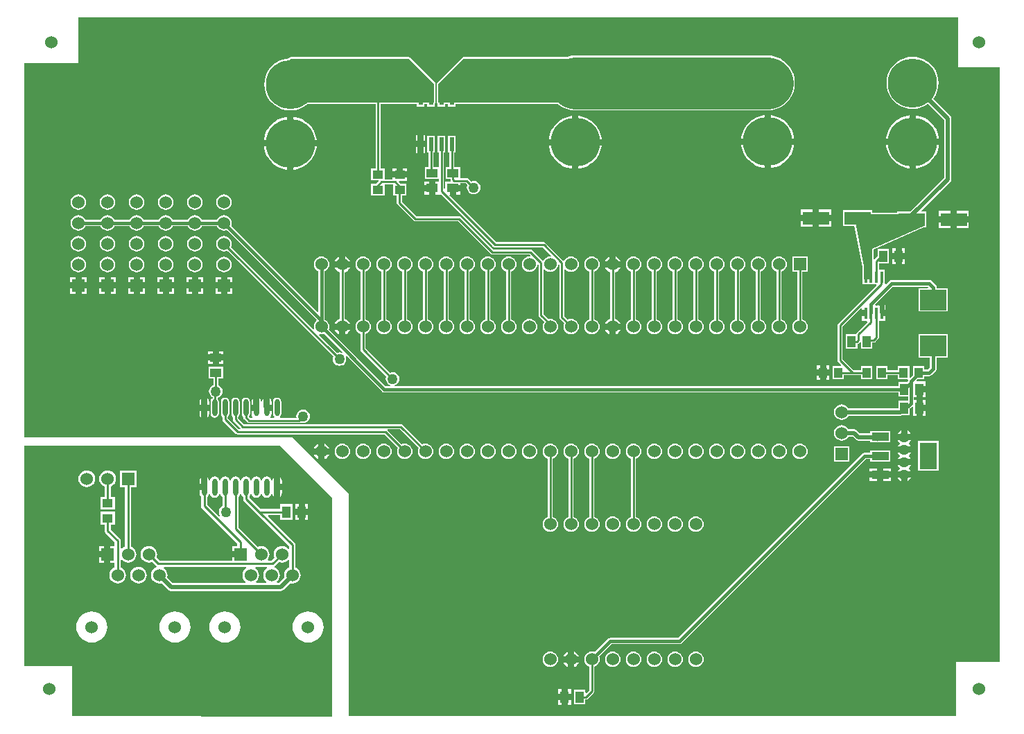
<source format=gtl>
G04*
G04 #@! TF.GenerationSoftware,Altium Limited,Altium Designer,19.1.8 (144)*
G04*
G04 Layer_Physical_Order=1*
G04 Layer_Color=255*
%FSLAX25Y25*%
%MOIN*%
G70*
G01*
G75*
%ADD10C,0.01000*%
%ADD14R,0.12598X0.06299*%
%ADD15R,0.01772X0.05709*%
%ADD16R,0.08465X0.03937*%
%ADD17R,0.08465X0.12795*%
%ADD18R,0.05118X0.04134*%
%ADD19O,0.02559X0.08268*%
%ADD20R,0.02362X0.06890*%
%ADD21R,0.04134X0.05118*%
%ADD22R,0.12795X0.09843*%
%ADD23R,0.05512X0.04134*%
%ADD24R,0.04134X0.05512*%
%ADD41C,0.02000*%
%ADD42C,0.01500*%
%ADD43C,0.01800*%
%ADD44C,0.01700*%
%ADD45C,0.25000*%
%ADD46C,0.06000*%
%ADD47R,0.06000X0.06000*%
%ADD48C,0.23622*%
%ADD49R,0.06000X0.06000*%
%ADD50C,0.05000*%
G36*
X452000Y312000D02*
X472000D01*
Y26000D01*
X451000D01*
Y0D01*
X159000D01*
Y107000D01*
X132000Y134000D01*
X3000D01*
Y314000D01*
X29000D01*
Y336000D01*
X452000D01*
Y312000D01*
D02*
G37*
G36*
X151000Y105000D02*
Y-27D01*
X150646Y-380D01*
X26000Y-3D01*
Y24000D01*
X3000D01*
Y130000D01*
X126000D01*
X151000Y105000D01*
D02*
G37*
%LPC*%
G36*
X360185Y317556D02*
X268051D01*
X265980Y317393D01*
X263960Y316908D01*
X263491Y316714D01*
X214000Y316714D01*
X213727Y316659D01*
X213495Y316505D01*
X201495Y304505D01*
X201341Y304273D01*
X201286Y304000D01*
Y295000D01*
X201341Y294727D01*
X201495Y294495D01*
X201619Y294413D01*
Y292977D01*
X205381D01*
Y294286D01*
X206619D01*
Y292977D01*
X210381D01*
Y294286D01*
X259468D01*
X260268Y293603D01*
X262040Y292517D01*
X263960Y291722D01*
X265980Y291237D01*
X268051Y291074D01*
X360185D01*
X362256Y291237D01*
X364277Y291722D01*
X366196Y292517D01*
X367968Y293603D01*
X369548Y294952D01*
X370897Y296532D01*
X371983Y298304D01*
X372778Y300223D01*
X373263Y302244D01*
X373426Y304315D01*
X373263Y306386D01*
X372778Y308407D01*
X371983Y310326D01*
X370897Y312098D01*
X369548Y313678D01*
X367968Y315027D01*
X366196Y316113D01*
X364277Y316908D01*
X362256Y317393D01*
X360185Y317556D01*
D02*
G37*
G36*
X188000Y316714D02*
X130878D01*
X130784Y316695D01*
X130688Y316688D01*
X130649Y316668D01*
X130605Y316659D01*
X130525Y316606D01*
X130439Y316563D01*
X130410Y316529D01*
X130373Y316505D01*
X130320Y316425D01*
X130257Y316353D01*
X130243Y316310D01*
X130219Y316273D01*
X130207Y316217D01*
X130123Y316132D01*
X128915Y316037D01*
X127000Y315577D01*
X125180Y314824D01*
X123501Y313795D01*
X122004Y312516D01*
X120725Y311018D01*
X119696Y309339D01*
X118942Y307520D01*
X118483Y305605D01*
X118328Y303642D01*
X118483Y301678D01*
X118942Y299764D01*
X119696Y297944D01*
X120725Y296265D01*
X122004Y294768D01*
X123501Y293489D01*
X125180Y292460D01*
X127000Y291706D01*
X128915Y291247D01*
X130878Y291092D01*
X132841Y291247D01*
X134756Y291706D01*
X136575Y292460D01*
X138254Y293489D01*
X139188Y294286D01*
X171776Y294286D01*
Y263050D01*
X169741D01*
Y257517D01*
X173133D01*
X173324Y257054D01*
X172135Y255865D01*
X172069Y255767D01*
X169741D01*
Y250233D01*
X176259D01*
Y255493D01*
X180241D01*
Y250233D01*
X182077D01*
Y246700D01*
X182170Y246232D01*
X182435Y245835D01*
X190135Y238135D01*
X190532Y237870D01*
X191000Y237776D01*
X211493D01*
X227135Y222135D01*
X227532Y221870D01*
X228000Y221777D01*
X245857D01*
X246316Y221318D01*
X246082Y220844D01*
X245858Y220874D01*
X244892Y220746D01*
X243992Y220374D01*
X243219Y219781D01*
X242626Y219008D01*
X242253Y218108D01*
X242126Y217142D01*
X242253Y216176D01*
X242626Y215276D01*
X243219Y214503D01*
X243992Y213910D01*
X244892Y213537D01*
X245858Y213410D01*
X246824Y213537D01*
X247724Y213910D01*
X248497Y214503D01*
X249090Y215276D01*
X249463Y216176D01*
X249554Y216864D01*
X250071Y217131D01*
X250135Y217091D01*
Y192642D01*
X250228Y192174D01*
X250493Y191777D01*
X252902Y189367D01*
X252626Y189008D01*
X252254Y188108D01*
X252126Y187142D01*
X252254Y186176D01*
X252626Y185276D01*
X253219Y184503D01*
X253992Y183910D01*
X254892Y183537D01*
X255858Y183410D01*
X256824Y183537D01*
X257724Y183910D01*
X258497Y184503D01*
X259090Y185276D01*
X259463Y186176D01*
X259590Y187142D01*
X259463Y188108D01*
X259090Y189008D01*
X258497Y189781D01*
X257724Y190374D01*
X256824Y190746D01*
X255858Y190874D01*
X254973Y190757D01*
X252582Y193149D01*
Y214513D01*
X253082Y214682D01*
X253219Y214503D01*
X253992Y213910D01*
X254892Y213537D01*
X255858Y213410D01*
X256824Y213537D01*
X257724Y213910D01*
X258497Y214503D01*
X259090Y215276D01*
X259463Y216176D01*
X259554Y216864D01*
X260071Y217131D01*
X260135Y217091D01*
Y191642D01*
X260228Y191174D01*
X260493Y190777D01*
X262520Y188750D01*
X262253Y188108D01*
X262126Y187142D01*
X262253Y186176D01*
X262626Y185276D01*
X263219Y184503D01*
X263992Y183910D01*
X264892Y183537D01*
X265858Y183410D01*
X266824Y183537D01*
X267724Y183910D01*
X268497Y184503D01*
X269090Y185276D01*
X269463Y186176D01*
X269590Y187142D01*
X269463Y188108D01*
X269090Y189008D01*
X268497Y189781D01*
X267724Y190374D01*
X266824Y190746D01*
X265858Y190874D01*
X264892Y190746D01*
X264250Y190480D01*
X262582Y192149D01*
Y214513D01*
X263082Y214682D01*
X263219Y214503D01*
X263992Y213910D01*
X264892Y213537D01*
X265858Y213410D01*
X266824Y213537D01*
X267724Y213910D01*
X268497Y214503D01*
X269090Y215276D01*
X269463Y216176D01*
X269590Y217142D01*
X269463Y218108D01*
X269090Y219008D01*
X268497Y219781D01*
X267724Y220374D01*
X266824Y220746D01*
X265858Y220874D01*
X264892Y220746D01*
X263992Y220374D01*
X263219Y219781D01*
X262684Y219082D01*
X262565Y219028D01*
X262441Y219008D01*
X262086Y219009D01*
X253726Y227368D01*
X253329Y227633D01*
X252861Y227726D01*
X229776D01*
X207315Y250188D01*
X207500Y250635D01*
Y253717D01*
X209000D01*
Y255217D01*
X212756D01*
Y256060D01*
X215210D01*
X216044Y255226D01*
X215882Y254835D01*
X215772Y254000D01*
X215882Y253165D01*
X216205Y252386D01*
X216718Y251718D01*
X217386Y251205D01*
X218165Y250882D01*
X219000Y250772D01*
X219835Y250882D01*
X220614Y251205D01*
X221282Y251718D01*
X221795Y252386D01*
X222118Y253165D01*
X222228Y254000D01*
X222118Y254835D01*
X221795Y255614D01*
X221282Y256282D01*
X220614Y256795D01*
X219835Y257118D01*
X219000Y257228D01*
X218165Y257118D01*
X217774Y256956D01*
X216582Y258149D01*
X216185Y258414D01*
X215717Y258507D01*
X212456D01*
Y263767D01*
X209723D01*
Y270733D01*
X210381D01*
Y279023D01*
X206619D01*
Y270733D01*
X207277D01*
Y263767D01*
X205544D01*
Y258233D01*
X207776D01*
Y258000D01*
X207870Y257532D01*
X208035Y257283D01*
X207829Y256784D01*
X205244D01*
Y253491D01*
X204744Y253224D01*
X204724Y253237D01*
Y270733D01*
X205381D01*
Y279023D01*
X201619D01*
Y270733D01*
X202276D01*
Y263767D01*
X199723D01*
Y270733D01*
X200381D01*
Y279023D01*
X196619D01*
Y270733D01*
X197276D01*
Y263767D01*
X195544D01*
Y258233D01*
X202276D01*
Y256784D01*
X200500D01*
Y253716D01*
Y250650D01*
X202756D01*
Y250650D01*
X203206Y250836D01*
X228404Y225638D01*
X228801Y225373D01*
X229270Y225279D01*
X252354D01*
X256316Y221318D01*
X256082Y220844D01*
X255858Y220874D01*
X254892Y220746D01*
X253992Y220374D01*
X253219Y219781D01*
X252683Y219082D01*
X252565Y219028D01*
X252441Y219008D01*
X252085Y219009D01*
X247229Y223865D01*
X246832Y224130D01*
X246364Y224223D01*
X228507D01*
X212865Y239865D01*
X212468Y240130D01*
X212000Y240224D01*
X191507D01*
X184523Y247207D01*
Y250233D01*
X186759D01*
Y255767D01*
X183931D01*
X183865Y255865D01*
X182976Y256755D01*
X183167Y257217D01*
X187059D01*
Y258784D01*
X179941D01*
Y257940D01*
X176259D01*
Y263050D01*
X174223D01*
Y294286D01*
X191619Y294286D01*
Y292977D01*
X195381D01*
Y294286D01*
X196619D01*
Y292977D01*
X200381D01*
Y294413D01*
X200505Y294495D01*
X200659Y294727D01*
X200714Y295000D01*
X200714Y304000D01*
X200659Y304273D01*
X200505Y304505D01*
X188505Y316505D01*
X188273Y316659D01*
X188000Y316714D01*
D02*
G37*
G36*
X361858Y288874D02*
Y277642D01*
X373091D01*
X373051Y278152D01*
X372580Y280113D01*
X371808Y281976D01*
X370755Y283695D01*
X369445Y285228D01*
X367912Y286538D01*
X366192Y287592D01*
X364329Y288363D01*
X362369Y288834D01*
X361858Y288874D01*
D02*
G37*
G36*
X358858D02*
X358348Y288834D01*
X356387Y288363D01*
X354524Y287592D01*
X352805Y286538D01*
X351272Y285228D01*
X349962Y283695D01*
X348908Y281976D01*
X348137Y280113D01*
X347666Y278152D01*
X347626Y277642D01*
X358858D01*
Y288874D01*
D02*
G37*
G36*
X431500Y288733D02*
Y277500D01*
X442733D01*
X442692Y278010D01*
X442222Y279971D01*
X441450Y281834D01*
X440396Y283553D01*
X439087Y285087D01*
X437553Y286396D01*
X435834Y287450D01*
X433971Y288222D01*
X432010Y288692D01*
X431500Y288733D01*
D02*
G37*
G36*
X428500D02*
X427990Y288692D01*
X426029Y288222D01*
X424166Y287450D01*
X422447Y286396D01*
X420913Y285087D01*
X419604Y283553D01*
X418550Y281834D01*
X417778Y279971D01*
X417308Y278010D01*
X417267Y277500D01*
X428500D01*
Y288733D01*
D02*
G37*
G36*
X269378Y288528D02*
Y277295D01*
X280610D01*
X280570Y277805D01*
X280100Y279766D01*
X279328Y281629D01*
X278274Y283349D01*
X276965Y284882D01*
X275431Y286192D01*
X273712Y287245D01*
X271849Y288017D01*
X269888Y288488D01*
X269378Y288528D01*
D02*
G37*
G36*
X266378D02*
X265868Y288488D01*
X263907Y288017D01*
X262044Y287245D01*
X260325Y286192D01*
X258791Y284882D01*
X257482Y283349D01*
X256428Y281629D01*
X255656Y279766D01*
X255186Y277805D01*
X255145Y277295D01*
X266378D01*
Y288528D01*
D02*
G37*
G36*
X132378Y288028D02*
Y276795D01*
X143611D01*
X143570Y277306D01*
X143100Y279266D01*
X142328Y281129D01*
X141274Y282849D01*
X139965Y284382D01*
X138431Y285692D01*
X136712Y286745D01*
X134849Y287517D01*
X132888Y287988D01*
X132378Y288028D01*
D02*
G37*
G36*
X129378D02*
X128868Y287988D01*
X126907Y287517D01*
X125044Y286745D01*
X123325Y285692D01*
X121791Y284382D01*
X120482Y282849D01*
X119428Y281129D01*
X118656Y279266D01*
X118185Y277306D01*
X118145Y276795D01*
X129378D01*
Y288028D01*
D02*
G37*
G36*
X195681Y279323D02*
X195000D01*
Y276378D01*
X195681D01*
Y279323D01*
D02*
G37*
G36*
X192000D02*
X191319D01*
Y276378D01*
X192000D01*
Y279323D01*
D02*
G37*
G36*
X195681Y273378D02*
X195000D01*
Y270433D01*
X195681D01*
Y273378D01*
D02*
G37*
G36*
X192000D02*
X191319D01*
Y270433D01*
X192000D01*
Y273378D01*
D02*
G37*
G36*
X373091Y274642D02*
X361858D01*
Y263409D01*
X362369Y263449D01*
X364329Y263920D01*
X366192Y264692D01*
X367912Y265745D01*
X369445Y267055D01*
X370755Y268588D01*
X371808Y270308D01*
X372580Y272171D01*
X373051Y274131D01*
X373091Y274642D01*
D02*
G37*
G36*
X358858D02*
X347626D01*
X347666Y274131D01*
X348137Y272171D01*
X348908Y270308D01*
X349962Y268588D01*
X351272Y267055D01*
X352805Y265745D01*
X354524Y264692D01*
X356387Y263920D01*
X358348Y263449D01*
X358858Y263409D01*
Y274642D01*
D02*
G37*
G36*
X442733Y274500D02*
X431500D01*
Y263267D01*
X432010Y263308D01*
X433971Y263778D01*
X435834Y264550D01*
X437553Y265604D01*
X439087Y266913D01*
X440396Y268447D01*
X441450Y270166D01*
X442222Y272029D01*
X442692Y273990D01*
X442733Y274500D01*
D02*
G37*
G36*
X428500D02*
X417267D01*
X417308Y273990D01*
X417778Y272029D01*
X418550Y270166D01*
X419604Y268447D01*
X420913Y266913D01*
X422447Y265604D01*
X424166Y264550D01*
X426029Y263778D01*
X427990Y263308D01*
X428500Y263267D01*
Y274500D01*
D02*
G37*
G36*
X280610Y274295D02*
X269378D01*
Y263063D01*
X269888Y263103D01*
X271849Y263574D01*
X273712Y264345D01*
X275431Y265399D01*
X276965Y266708D01*
X278274Y268242D01*
X279328Y269961D01*
X280100Y271824D01*
X280570Y273785D01*
X280610Y274295D01*
D02*
G37*
G36*
X266378D02*
X255145D01*
X255186Y273785D01*
X255656Y271824D01*
X256428Y269961D01*
X257482Y268242D01*
X258791Y266708D01*
X260325Y265399D01*
X262044Y264345D01*
X263907Y263574D01*
X265868Y263103D01*
X266378Y263063D01*
Y274295D01*
D02*
G37*
G36*
X143611Y273795D02*
X132378D01*
Y262563D01*
X132888Y262603D01*
X134849Y263074D01*
X136712Y263845D01*
X138431Y264899D01*
X139965Y266209D01*
X141274Y267742D01*
X142328Y269461D01*
X143100Y271324D01*
X143570Y273285D01*
X143611Y273795D01*
D02*
G37*
G36*
X129378D02*
X118145D01*
X118185Y273285D01*
X118656Y271324D01*
X119428Y269461D01*
X120482Y267742D01*
X121791Y266209D01*
X123325Y264899D01*
X125044Y263845D01*
X126907Y263074D01*
X128868Y262603D01*
X129378Y262563D01*
Y273795D01*
D02*
G37*
G36*
X187059Y263350D02*
X185000D01*
Y261784D01*
X187059D01*
Y263350D01*
D02*
G37*
G36*
X182000D02*
X179941D01*
Y261784D01*
X182000D01*
Y263350D01*
D02*
G37*
G36*
X197500Y256784D02*
X195244D01*
Y255217D01*
X197500D01*
Y256784D01*
D02*
G37*
G36*
X212756Y252217D02*
X210500D01*
Y250650D01*
X212756D01*
Y252217D01*
D02*
G37*
G36*
X197500Y252217D02*
X195244D01*
Y250650D01*
X197500D01*
Y252217D01*
D02*
G37*
G36*
X99000Y250732D02*
X98034Y250605D01*
X97134Y250232D01*
X96361Y249639D01*
X95768Y248866D01*
X95395Y247966D01*
X95268Y247000D01*
X95395Y246034D01*
X95768Y245134D01*
X96361Y244361D01*
X97134Y243768D01*
X98034Y243395D01*
X99000Y243268D01*
X99966Y243395D01*
X100866Y243768D01*
X101639Y244361D01*
X102232Y245134D01*
X102605Y246034D01*
X102732Y247000D01*
X102605Y247966D01*
X102232Y248866D01*
X101639Y249639D01*
X100866Y250232D01*
X99966Y250605D01*
X99000Y250732D01*
D02*
G37*
G36*
X85000D02*
X84034Y250605D01*
X83134Y250232D01*
X82361Y249639D01*
X81768Y248866D01*
X81395Y247966D01*
X81268Y247000D01*
X81395Y246034D01*
X81768Y245134D01*
X82361Y244361D01*
X83134Y243768D01*
X84034Y243395D01*
X85000Y243268D01*
X85966Y243395D01*
X86866Y243768D01*
X87639Y244361D01*
X88232Y245134D01*
X88605Y246034D01*
X88732Y247000D01*
X88605Y247966D01*
X88232Y248866D01*
X87639Y249639D01*
X86866Y250232D01*
X85966Y250605D01*
X85000Y250732D01*
D02*
G37*
G36*
X71000D02*
X70034Y250605D01*
X69134Y250232D01*
X68361Y249639D01*
X67768Y248866D01*
X67395Y247966D01*
X67268Y247000D01*
X67395Y246034D01*
X67768Y245134D01*
X68361Y244361D01*
X69134Y243768D01*
X70034Y243395D01*
X71000Y243268D01*
X71966Y243395D01*
X72866Y243768D01*
X73639Y244361D01*
X74232Y245134D01*
X74605Y246034D01*
X74732Y247000D01*
X74605Y247966D01*
X74232Y248866D01*
X73639Y249639D01*
X72866Y250232D01*
X71966Y250605D01*
X71000Y250732D01*
D02*
G37*
G36*
X57000D02*
X56034Y250605D01*
X55134Y250232D01*
X54361Y249639D01*
X53768Y248866D01*
X53395Y247966D01*
X53268Y247000D01*
X53395Y246034D01*
X53768Y245134D01*
X54361Y244361D01*
X55134Y243768D01*
X56034Y243395D01*
X57000Y243268D01*
X57966Y243395D01*
X58866Y243768D01*
X59639Y244361D01*
X60232Y245134D01*
X60605Y246034D01*
X60732Y247000D01*
X60605Y247966D01*
X60232Y248866D01*
X59639Y249639D01*
X58866Y250232D01*
X57966Y250605D01*
X57000Y250732D01*
D02*
G37*
G36*
X43000D02*
X42034Y250605D01*
X41134Y250232D01*
X40361Y249639D01*
X39768Y248866D01*
X39395Y247966D01*
X39268Y247000D01*
X39395Y246034D01*
X39768Y245134D01*
X40361Y244361D01*
X41134Y243768D01*
X42034Y243395D01*
X43000Y243268D01*
X43966Y243395D01*
X44866Y243768D01*
X45639Y244361D01*
X46232Y245134D01*
X46605Y246034D01*
X46732Y247000D01*
X46605Y247966D01*
X46232Y248866D01*
X45639Y249639D01*
X44866Y250232D01*
X43966Y250605D01*
X43000Y250732D01*
D02*
G37*
G36*
X29000D02*
X28034Y250605D01*
X27134Y250232D01*
X26361Y249639D01*
X25768Y248866D01*
X25395Y247966D01*
X25268Y247000D01*
X25395Y246034D01*
X25768Y245134D01*
X26361Y244361D01*
X27134Y243768D01*
X28034Y243395D01*
X29000Y243268D01*
X29966Y243395D01*
X30866Y243768D01*
X31639Y244361D01*
X32232Y245134D01*
X32605Y246034D01*
X32732Y247000D01*
X32605Y247966D01*
X32232Y248866D01*
X31639Y249639D01*
X30866Y250232D01*
X29966Y250605D01*
X29000Y250732D01*
D02*
G37*
G36*
X430000Y316896D02*
X428037Y316742D01*
X426122Y316282D01*
X424302Y315528D01*
X422623Y314499D01*
X421126Y313220D01*
X419847Y311723D01*
X418818Y310044D01*
X418064Y308225D01*
X417605Y306310D01*
X417450Y304346D01*
X417605Y302383D01*
X418064Y300468D01*
X418818Y298649D01*
X419847Y296970D01*
X421126Y295473D01*
X422623Y294194D01*
X424302Y293165D01*
X426122Y292411D01*
X428037Y291951D01*
X430000Y291797D01*
X431963Y291951D01*
X433878Y292411D01*
X435698Y293165D01*
X437376Y294194D01*
X437552Y294343D01*
X445267Y286629D01*
Y258718D01*
X428998Y242450D01*
X422701D01*
Y242014D01*
X410678D01*
Y243150D01*
X396679D01*
Y235450D01*
X402104D01*
X405786Y216000D01*
X405786Y210000D01*
X405841Y209727D01*
X405855Y209705D01*
Y207446D01*
X412483D01*
X412674Y206984D01*
X394276Y188586D01*
X394011Y188189D01*
X393918Y187721D01*
Y171000D01*
X394011Y170532D01*
X394276Y170135D01*
X395690Y168721D01*
X395499Y168259D01*
X391516D01*
Y161741D01*
X397050D01*
Y163777D01*
X405233D01*
Y161741D01*
X410767D01*
Y168259D01*
X405233D01*
Y166224D01*
X401649D01*
X396365Y171507D01*
Y187214D01*
X405093Y195942D01*
X405555Y195751D01*
Y195177D01*
X407441D01*
Y192177D01*
X405555D01*
Y189823D01*
X407943D01*
X408135Y189361D01*
X403135Y184361D01*
X402870Y183964D01*
X402776Y183496D01*
Y183456D01*
X397950D01*
Y176544D01*
X403484D01*
Y178790D01*
X403882Y178870D01*
X404279Y179135D01*
X404733Y179589D01*
X405233Y179402D01*
Y176544D01*
X410767D01*
Y179465D01*
X411311D01*
X411779Y179559D01*
X412176Y179824D01*
X413424Y181072D01*
X413689Y181469D01*
X413783Y181937D01*
Y189823D01*
X417004D01*
Y192177D01*
X415118D01*
Y193677D01*
X414145D01*
Y197232D01*
X413618D01*
Y197532D01*
X413232D01*
Y197232D01*
X412246D01*
X412039Y197732D01*
X420676Y206369D01*
X437242D01*
X437449Y206109D01*
X437232Y205621D01*
X432902D01*
Y194379D01*
X447098D01*
Y205621D01*
X441631D01*
Y206000D01*
X441507Y206624D01*
X441153Y207154D01*
X439153Y209154D01*
X438624Y209507D01*
X438000Y209631D01*
X420000D01*
X420000Y209631D01*
X419376Y209507D01*
X418847Y209154D01*
X417204Y207511D01*
X416704Y207718D01*
Y214554D01*
X413783D01*
Y217544D01*
X418767D01*
Y224456D01*
X413233D01*
Y220963D01*
X411714Y219444D01*
X411629Y219449D01*
X411214Y219605D01*
Y224234D01*
X435114Y234750D01*
X436699D01*
Y242450D01*
X434554D01*
X434363Y242912D01*
X448226Y256774D01*
X448601Y257337D01*
X448733Y258000D01*
Y287347D01*
X448601Y288010D01*
X448226Y288572D01*
X440003Y296795D01*
X440153Y296970D01*
X441182Y298649D01*
X441935Y300468D01*
X442395Y302383D01*
X442550Y304346D01*
X442395Y306310D01*
X441935Y308225D01*
X441182Y310044D01*
X440153Y311723D01*
X438874Y313220D01*
X437376Y314499D01*
X435698Y315528D01*
X433878Y316282D01*
X431963Y316742D01*
X430000Y316896D01*
D02*
G37*
G36*
X390899Y243450D02*
X385100D01*
Y240800D01*
X390899D01*
Y243450D01*
D02*
G37*
G36*
X382100D02*
X376301D01*
Y240800D01*
X382100D01*
Y243450D01*
D02*
G37*
G36*
X457078Y242750D02*
X451279D01*
Y240100D01*
X457078D01*
Y242750D01*
D02*
G37*
G36*
X448279D02*
X442480D01*
Y240100D01*
X448279D01*
Y242750D01*
D02*
G37*
G36*
X99000Y240732D02*
X98034Y240605D01*
X97134Y240232D01*
X96361Y239639D01*
X95768Y238866D01*
X95608Y238478D01*
X88393D01*
X88232Y238866D01*
X87639Y239639D01*
X86866Y240232D01*
X85966Y240605D01*
X85000Y240732D01*
X84034Y240605D01*
X83134Y240232D01*
X82361Y239639D01*
X81768Y238866D01*
X81608Y238478D01*
X74392D01*
X74232Y238866D01*
X73639Y239639D01*
X72866Y240232D01*
X71966Y240605D01*
X71000Y240732D01*
X70034Y240605D01*
X69134Y240232D01*
X68361Y239639D01*
X67768Y238866D01*
X67607Y238478D01*
X60392D01*
X60232Y238866D01*
X59639Y239639D01*
X58866Y240232D01*
X57966Y240605D01*
X57000Y240732D01*
X56034Y240605D01*
X55134Y240232D01*
X54361Y239639D01*
X53768Y238866D01*
X53607Y238478D01*
X46393D01*
X46232Y238866D01*
X45639Y239639D01*
X44866Y240232D01*
X43966Y240605D01*
X43000Y240732D01*
X42034Y240605D01*
X41134Y240232D01*
X40361Y239639D01*
X39768Y238866D01*
X39608Y238478D01*
X32392D01*
X32232Y238866D01*
X31639Y239639D01*
X30866Y240232D01*
X29966Y240605D01*
X29000Y240732D01*
X28034Y240605D01*
X27134Y240232D01*
X26361Y239639D01*
X25768Y238866D01*
X25395Y237966D01*
X25268Y237000D01*
X25395Y236034D01*
X25768Y235134D01*
X26361Y234361D01*
X27134Y233768D01*
X28034Y233395D01*
X29000Y233268D01*
X29966Y233395D01*
X30866Y233768D01*
X31639Y234361D01*
X32232Y235134D01*
X32392Y235522D01*
X39608D01*
X39768Y235134D01*
X40361Y234361D01*
X41134Y233768D01*
X42034Y233395D01*
X43000Y233268D01*
X43966Y233395D01*
X44866Y233768D01*
X45639Y234361D01*
X46232Y235134D01*
X46393Y235522D01*
X53607D01*
X53768Y235134D01*
X54361Y234361D01*
X55134Y233768D01*
X56034Y233395D01*
X57000Y233268D01*
X57966Y233395D01*
X58866Y233768D01*
X59639Y234361D01*
X60232Y235134D01*
X60392Y235522D01*
X67607D01*
X67768Y235134D01*
X68361Y234361D01*
X69134Y233768D01*
X70034Y233395D01*
X71000Y233268D01*
X71966Y233395D01*
X72866Y233768D01*
X73639Y234361D01*
X74232Y235134D01*
X74392Y235522D01*
X81608D01*
X81768Y235134D01*
X82361Y234361D01*
X83134Y233768D01*
X84034Y233395D01*
X85000Y233268D01*
X85966Y233395D01*
X86866Y233768D01*
X87639Y234361D01*
X88232Y235134D01*
X88393Y235522D01*
X95608D01*
X95768Y235134D01*
X96361Y234361D01*
X97134Y233768D01*
X98034Y233395D01*
X99000Y233268D01*
X99966Y233395D01*
X100354Y233556D01*
X143466Y190444D01*
X143433Y189945D01*
X143219Y189781D01*
X142626Y189008D01*
X142253Y188108D01*
X142126Y187142D01*
X142252Y186185D01*
X142238Y186166D01*
X141824Y185906D01*
X102339Y225392D01*
X102605Y226034D01*
X102732Y227000D01*
X102605Y227966D01*
X102232Y228866D01*
X101639Y229639D01*
X100866Y230232D01*
X99966Y230605D01*
X99000Y230732D01*
X98034Y230605D01*
X97134Y230232D01*
X96361Y229639D01*
X95768Y228866D01*
X95395Y227966D01*
X95268Y227000D01*
X95395Y226034D01*
X95768Y225134D01*
X96361Y224361D01*
X97134Y223768D01*
X98034Y223395D01*
X99000Y223268D01*
X99966Y223395D01*
X100608Y223661D01*
X151544Y172726D01*
X151382Y172335D01*
X151272Y171500D01*
X151382Y170665D01*
X151705Y169886D01*
X152218Y169218D01*
X152886Y168705D01*
X153665Y168382D01*
X154500Y168272D01*
X155335Y168382D01*
X156114Y168705D01*
X156782Y169218D01*
X157295Y169886D01*
X157618Y170665D01*
X157728Y171500D01*
X157618Y172335D01*
X157441Y172761D01*
X157865Y173044D01*
X174955Y155955D01*
X175434Y155634D01*
X176000Y155522D01*
X423233D01*
Y153544D01*
X427805D01*
Y151456D01*
X423233D01*
Y147733D01*
X399287D01*
X399232Y147866D01*
X398639Y148639D01*
X397866Y149232D01*
X396966Y149605D01*
X396000Y149732D01*
X395034Y149605D01*
X394134Y149232D01*
X393361Y148639D01*
X392768Y147866D01*
X392395Y146966D01*
X392268Y146000D01*
X392395Y145034D01*
X392768Y144134D01*
X393361Y143361D01*
X394134Y142768D01*
X395034Y142395D01*
X396000Y142268D01*
X396966Y142395D01*
X397866Y142768D01*
X398639Y143361D01*
X399232Y144134D01*
X399287Y144267D01*
X424433D01*
X425096Y144399D01*
X425314Y144544D01*
X428767D01*
Y147768D01*
X429045Y147955D01*
X429754Y148664D01*
X430217Y148472D01*
Y144244D01*
X431783D01*
Y148000D01*
Y151756D01*
X430762D01*
Y153244D01*
X431783D01*
Y157000D01*
X433284D01*
Y158500D01*
X436350D01*
Y160756D01*
X431992D01*
X431801Y161218D01*
X432324Y161741D01*
X435767D01*
Y163369D01*
X438000D01*
X438624Y163493D01*
X439153Y163847D01*
X441153Y165847D01*
X441507Y166376D01*
X441631Y167000D01*
Y172332D01*
X447098D01*
Y183574D01*
X432902D01*
Y172332D01*
X438369D01*
Y167676D01*
X437324Y166631D01*
X435767D01*
Y168259D01*
X430233D01*
Y163832D01*
X428945Y162544D01*
X428483Y162735D01*
Y168259D01*
X422950D01*
Y166224D01*
X418050D01*
Y168259D01*
X412516D01*
Y161741D01*
X418050D01*
Y163777D01*
X422950D01*
Y161741D01*
X427619D01*
X427895Y161241D01*
X427831Y160922D01*
X427365Y160456D01*
X423233D01*
Y158478D01*
X181167D01*
X181067Y158978D01*
X181614Y159205D01*
X182282Y159718D01*
X182795Y160386D01*
X183118Y161165D01*
X183228Y162000D01*
X183118Y162835D01*
X182795Y163614D01*
X182282Y164282D01*
X181614Y164795D01*
X180835Y165118D01*
X180000Y165228D01*
X179165Y165118D01*
X178774Y164956D01*
X167082Y176649D01*
Y183644D01*
X167724Y183910D01*
X168497Y184503D01*
X169090Y185276D01*
X169463Y186176D01*
X169590Y187142D01*
X169463Y188108D01*
X169090Y189008D01*
X168497Y189781D01*
X167724Y190374D01*
X167082Y190640D01*
Y213644D01*
X167724Y213910D01*
X168497Y214503D01*
X169090Y215276D01*
X169463Y216176D01*
X169590Y217142D01*
X169463Y218108D01*
X169090Y219008D01*
X168497Y219781D01*
X167724Y220374D01*
X166824Y220746D01*
X165858Y220874D01*
X164892Y220746D01*
X163992Y220374D01*
X163219Y219781D01*
X162626Y219008D01*
X162253Y218108D01*
X162126Y217142D01*
X162253Y216176D01*
X162626Y215276D01*
X163219Y214503D01*
X163992Y213910D01*
X164635Y213644D01*
Y190640D01*
X163992Y190374D01*
X163219Y189781D01*
X162626Y189008D01*
X162253Y188108D01*
X162126Y187142D01*
X162253Y186176D01*
X162626Y185276D01*
X163219Y184503D01*
X163992Y183910D01*
X164635Y183644D01*
Y176142D01*
X164728Y175674D01*
X164993Y175277D01*
X177044Y163226D01*
X176882Y162835D01*
X176772Y162000D01*
X176882Y161165D01*
X177205Y160386D01*
X177718Y159718D01*
X178386Y159205D01*
X178933Y158978D01*
X178833Y158478D01*
X176612D01*
X149302Y185788D01*
X149463Y186176D01*
X149590Y187142D01*
X149463Y188108D01*
X149090Y189008D01*
X148497Y189781D01*
X147724Y190374D01*
X147337Y190534D01*
Y213749D01*
X147724Y213910D01*
X148497Y214503D01*
X149090Y215276D01*
X149463Y216176D01*
X149590Y217142D01*
X149463Y218108D01*
X149090Y219008D01*
X148497Y219781D01*
X147724Y220374D01*
X146824Y220746D01*
X145858Y220874D01*
X144892Y220746D01*
X143992Y220374D01*
X143219Y219781D01*
X142626Y219008D01*
X142253Y218108D01*
X142126Y217142D01*
X142253Y216176D01*
X142626Y215276D01*
X143219Y214503D01*
X143992Y213910D01*
X144380Y213749D01*
Y194364D01*
X143918Y194173D01*
X102444Y235647D01*
X102605Y236034D01*
X102732Y237000D01*
X102605Y237966D01*
X102232Y238866D01*
X101639Y239639D01*
X100866Y240232D01*
X99966Y240605D01*
X99000Y240732D01*
D02*
G37*
G36*
X390899Y237800D02*
X385100D01*
Y235150D01*
X390899D01*
Y237800D01*
D02*
G37*
G36*
X382100D02*
X376301D01*
Y235150D01*
X382100D01*
Y237800D01*
D02*
G37*
G36*
X457078Y237100D02*
X451279D01*
Y234450D01*
X457078D01*
Y237100D01*
D02*
G37*
G36*
X448279D02*
X442480D01*
Y234450D01*
X448279D01*
Y237100D01*
D02*
G37*
G36*
X85000Y230732D02*
X84034Y230605D01*
X83134Y230232D01*
X82361Y229639D01*
X81768Y228866D01*
X81395Y227966D01*
X81268Y227000D01*
X81395Y226034D01*
X81768Y225134D01*
X82361Y224361D01*
X83134Y223768D01*
X84034Y223395D01*
X85000Y223268D01*
X85966Y223395D01*
X86866Y223768D01*
X87639Y224361D01*
X88232Y225134D01*
X88605Y226034D01*
X88732Y227000D01*
X88605Y227966D01*
X88232Y228866D01*
X87639Y229639D01*
X86866Y230232D01*
X85966Y230605D01*
X85000Y230732D01*
D02*
G37*
G36*
X71000D02*
X70034Y230605D01*
X69134Y230232D01*
X68361Y229639D01*
X67768Y228866D01*
X67395Y227966D01*
X67268Y227000D01*
X67395Y226034D01*
X67768Y225134D01*
X68361Y224361D01*
X69134Y223768D01*
X70034Y223395D01*
X71000Y223268D01*
X71966Y223395D01*
X72866Y223768D01*
X73639Y224361D01*
X74232Y225134D01*
X74605Y226034D01*
X74732Y227000D01*
X74605Y227966D01*
X74232Y228866D01*
X73639Y229639D01*
X72866Y230232D01*
X71966Y230605D01*
X71000Y230732D01*
D02*
G37*
G36*
X57000D02*
X56034Y230605D01*
X55134Y230232D01*
X54361Y229639D01*
X53768Y228866D01*
X53395Y227966D01*
X53268Y227000D01*
X53395Y226034D01*
X53768Y225134D01*
X54361Y224361D01*
X55134Y223768D01*
X56034Y223395D01*
X57000Y223268D01*
X57966Y223395D01*
X58866Y223768D01*
X59639Y224361D01*
X60232Y225134D01*
X60605Y226034D01*
X60732Y227000D01*
X60605Y227966D01*
X60232Y228866D01*
X59639Y229639D01*
X58866Y230232D01*
X57966Y230605D01*
X57000Y230732D01*
D02*
G37*
G36*
X43000D02*
X42034Y230605D01*
X41134Y230232D01*
X40361Y229639D01*
X39768Y228866D01*
X39395Y227966D01*
X39268Y227000D01*
X39395Y226034D01*
X39768Y225134D01*
X40361Y224361D01*
X41134Y223768D01*
X42034Y223395D01*
X43000Y223268D01*
X43966Y223395D01*
X44866Y223768D01*
X45639Y224361D01*
X46232Y225134D01*
X46605Y226034D01*
X46732Y227000D01*
X46605Y227966D01*
X46232Y228866D01*
X45639Y229639D01*
X44866Y230232D01*
X43966Y230605D01*
X43000Y230732D01*
D02*
G37*
G36*
X29000D02*
X28034Y230605D01*
X27134Y230232D01*
X26361Y229639D01*
X25768Y228866D01*
X25395Y227966D01*
X25268Y227000D01*
X25395Y226034D01*
X25768Y225134D01*
X26361Y224361D01*
X27134Y223768D01*
X28034Y223395D01*
X29000Y223268D01*
X29966Y223395D01*
X30866Y223768D01*
X31639Y224361D01*
X32232Y225134D01*
X32605Y226034D01*
X32732Y227000D01*
X32605Y227966D01*
X32232Y228866D01*
X31639Y229639D01*
X30866Y230232D01*
X29966Y230605D01*
X29000Y230732D01*
D02*
G37*
G36*
X426350Y224756D02*
X424784D01*
Y222500D01*
X426350D01*
Y224756D01*
D02*
G37*
G36*
X421783D02*
X420217D01*
Y222500D01*
X421783D01*
Y224756D01*
D02*
G37*
G36*
X287358Y220850D02*
Y218642D01*
X289566D01*
X289352Y219159D01*
X288711Y219995D01*
X287876Y220636D01*
X287358Y220850D01*
D02*
G37*
G36*
X284358D02*
X283841Y220636D01*
X283005Y219995D01*
X282364Y219159D01*
X282150Y218642D01*
X284358D01*
Y220850D01*
D02*
G37*
G36*
X157358D02*
Y218642D01*
X159566D01*
X159352Y219159D01*
X158711Y219995D01*
X157876Y220636D01*
X157358Y220850D01*
D02*
G37*
G36*
X154358D02*
X153841Y220636D01*
X153005Y219995D01*
X152364Y219159D01*
X152150Y218642D01*
X154358D01*
Y220850D01*
D02*
G37*
G36*
X426350Y219500D02*
X424784D01*
Y217244D01*
X426350D01*
Y219500D01*
D02*
G37*
G36*
X421783D02*
X420217D01*
Y217244D01*
X421783D01*
Y219500D01*
D02*
G37*
G36*
X99000Y220732D02*
X98034Y220605D01*
X97134Y220232D01*
X96361Y219639D01*
X95768Y218866D01*
X95395Y217966D01*
X95268Y217000D01*
X95395Y216034D01*
X95768Y215134D01*
X96361Y214361D01*
X97134Y213768D01*
X98034Y213395D01*
X99000Y213268D01*
X99966Y213395D01*
X100866Y213768D01*
X101639Y214361D01*
X102232Y215134D01*
X102605Y216034D01*
X102732Y217000D01*
X102605Y217966D01*
X102232Y218866D01*
X101639Y219639D01*
X100866Y220232D01*
X99966Y220605D01*
X99000Y220732D01*
D02*
G37*
G36*
X85000D02*
X84034Y220605D01*
X83134Y220232D01*
X82361Y219639D01*
X81768Y218866D01*
X81395Y217966D01*
X81268Y217000D01*
X81395Y216034D01*
X81768Y215134D01*
X82361Y214361D01*
X83134Y213768D01*
X84034Y213395D01*
X85000Y213268D01*
X85966Y213395D01*
X86866Y213768D01*
X87639Y214361D01*
X88232Y215134D01*
X88605Y216034D01*
X88732Y217000D01*
X88605Y217966D01*
X88232Y218866D01*
X87639Y219639D01*
X86866Y220232D01*
X85966Y220605D01*
X85000Y220732D01*
D02*
G37*
G36*
X71000D02*
X70034Y220605D01*
X69134Y220232D01*
X68361Y219639D01*
X67768Y218866D01*
X67395Y217966D01*
X67268Y217000D01*
X67395Y216034D01*
X67768Y215134D01*
X68361Y214361D01*
X69134Y213768D01*
X70034Y213395D01*
X71000Y213268D01*
X71966Y213395D01*
X72866Y213768D01*
X73639Y214361D01*
X74232Y215134D01*
X74605Y216034D01*
X74732Y217000D01*
X74605Y217966D01*
X74232Y218866D01*
X73639Y219639D01*
X72866Y220232D01*
X71966Y220605D01*
X71000Y220732D01*
D02*
G37*
G36*
X57000D02*
X56034Y220605D01*
X55134Y220232D01*
X54361Y219639D01*
X53768Y218866D01*
X53395Y217966D01*
X53268Y217000D01*
X53395Y216034D01*
X53768Y215134D01*
X54361Y214361D01*
X55134Y213768D01*
X56034Y213395D01*
X57000Y213268D01*
X57966Y213395D01*
X58866Y213768D01*
X59639Y214361D01*
X60232Y215134D01*
X60605Y216034D01*
X60732Y217000D01*
X60605Y217966D01*
X60232Y218866D01*
X59639Y219639D01*
X58866Y220232D01*
X57966Y220605D01*
X57000Y220732D01*
D02*
G37*
G36*
X43000D02*
X42034Y220605D01*
X41134Y220232D01*
X40361Y219639D01*
X39768Y218866D01*
X39395Y217966D01*
X39268Y217000D01*
X39395Y216034D01*
X39768Y215134D01*
X40361Y214361D01*
X41134Y213768D01*
X42034Y213395D01*
X43000Y213268D01*
X43966Y213395D01*
X44866Y213768D01*
X45639Y214361D01*
X46232Y215134D01*
X46605Y216034D01*
X46732Y217000D01*
X46605Y217966D01*
X46232Y218866D01*
X45639Y219639D01*
X44866Y220232D01*
X43966Y220605D01*
X43000Y220732D01*
D02*
G37*
G36*
X29000D02*
X28034Y220605D01*
X27134Y220232D01*
X26361Y219639D01*
X25768Y218866D01*
X25395Y217966D01*
X25268Y217000D01*
X25395Y216034D01*
X25768Y215134D01*
X26361Y214361D01*
X27134Y213768D01*
X28034Y213395D01*
X29000Y213268D01*
X29966Y213395D01*
X30866Y213768D01*
X31639Y214361D01*
X32232Y215134D01*
X32605Y216034D01*
X32732Y217000D01*
X32605Y217966D01*
X32232Y218866D01*
X31639Y219639D01*
X30866Y220232D01*
X29966Y220605D01*
X29000Y220732D01*
D02*
G37*
G36*
X103000Y211000D02*
X100500D01*
Y208500D01*
X103000D01*
Y211000D01*
D02*
G37*
G36*
X89000D02*
X86500D01*
Y208500D01*
X89000D01*
Y211000D01*
D02*
G37*
G36*
X75000D02*
X72500D01*
Y208500D01*
X75000D01*
Y211000D01*
D02*
G37*
G36*
X61000D02*
X58500D01*
Y208500D01*
X61000D01*
Y211000D01*
D02*
G37*
G36*
X47000D02*
X44500D01*
Y208500D01*
X47000D01*
Y211000D01*
D02*
G37*
G36*
X33000D02*
X30500D01*
Y208500D01*
X33000D01*
Y211000D01*
D02*
G37*
G36*
X97500D02*
X95000D01*
Y208500D01*
X97500D01*
Y211000D01*
D02*
G37*
G36*
X83500D02*
X81000D01*
Y208500D01*
X83500D01*
Y211000D01*
D02*
G37*
G36*
X69500D02*
X67000D01*
Y208500D01*
X69500D01*
Y211000D01*
D02*
G37*
G36*
X55500D02*
X53000D01*
Y208500D01*
X55500D01*
Y211000D01*
D02*
G37*
G36*
X41500D02*
X39000D01*
Y208500D01*
X41500D01*
Y211000D01*
D02*
G37*
G36*
X27500D02*
X25000D01*
Y208500D01*
X27500D01*
Y211000D01*
D02*
G37*
G36*
X103000Y205500D02*
X100500D01*
Y203000D01*
X103000D01*
Y205500D01*
D02*
G37*
G36*
X97500D02*
X95000D01*
Y203000D01*
X97500D01*
Y205500D01*
D02*
G37*
G36*
X89000D02*
X86500D01*
Y203000D01*
X89000D01*
Y205500D01*
D02*
G37*
G36*
X83500D02*
X81000D01*
Y203000D01*
X83500D01*
Y205500D01*
D02*
G37*
G36*
X75000D02*
X72500D01*
Y203000D01*
X75000D01*
Y205500D01*
D02*
G37*
G36*
X69500D02*
X67000D01*
Y203000D01*
X69500D01*
Y205500D01*
D02*
G37*
G36*
X61000D02*
X58500D01*
Y203000D01*
X61000D01*
Y205500D01*
D02*
G37*
G36*
X55500D02*
X53000D01*
Y203000D01*
X55500D01*
Y205500D01*
D02*
G37*
G36*
X47000D02*
X44500D01*
Y203000D01*
X47000D01*
Y205500D01*
D02*
G37*
G36*
X41500D02*
X39000D01*
Y203000D01*
X41500D01*
Y205500D01*
D02*
G37*
G36*
X33000D02*
X30500D01*
Y203000D01*
X33000D01*
Y205500D01*
D02*
G37*
G36*
X27500D02*
X25000D01*
Y203000D01*
X27500D01*
Y205500D01*
D02*
G37*
G36*
X417004Y197532D02*
X416618D01*
Y195177D01*
X417004D01*
Y197532D01*
D02*
G37*
G36*
X159566Y215642D02*
X152150D01*
X152364Y215125D01*
X153005Y214289D01*
X153841Y213648D01*
X154635Y213319D01*
Y190964D01*
X153841Y190636D01*
X153005Y189995D01*
X152364Y189159D01*
X152150Y188642D01*
X155858D01*
X159566D01*
X159352Y189159D01*
X158711Y189995D01*
X157876Y190636D01*
X157082Y190964D01*
Y213319D01*
X157876Y213648D01*
X158711Y214289D01*
X159352Y215125D01*
X159566Y215642D01*
D02*
G37*
G36*
X289566D02*
X282150D01*
X282364Y215125D01*
X283005Y214289D01*
X283841Y213648D01*
X284635Y213319D01*
Y190964D01*
X283841Y190636D01*
X283005Y189995D01*
X282364Y189159D01*
X282150Y188642D01*
X285858D01*
Y187142D01*
D01*
Y188642D01*
X289566D01*
X289352Y189159D01*
X288711Y189995D01*
X287876Y190636D01*
X287082Y190964D01*
Y213319D01*
X287876Y213648D01*
X288711Y214289D01*
X289352Y215125D01*
X289566Y215642D01*
D02*
G37*
G36*
X289566Y185642D02*
X287358D01*
Y183433D01*
X287876Y183648D01*
X288711Y184289D01*
X289352Y185125D01*
X289566Y185642D01*
D02*
G37*
G36*
X159566D02*
X157358D01*
Y183433D01*
X157876Y183648D01*
X158711Y184289D01*
X159352Y185125D01*
X159566Y185642D01*
D02*
G37*
G36*
X154358D02*
X152150D01*
X152364Y185125D01*
X153005Y184289D01*
X153841Y183648D01*
X154358Y183433D01*
Y185642D01*
D02*
G37*
G36*
X284358D02*
X282150D01*
X282364Y185125D01*
X283005Y184289D01*
X283841Y183648D01*
X284358Y183433D01*
Y185642D01*
D02*
G37*
G36*
X379558Y220842D02*
X372158D01*
Y213442D01*
X374635D01*
Y190640D01*
X373992Y190374D01*
X373219Y189781D01*
X372626Y189008D01*
X372253Y188108D01*
X372126Y187142D01*
X372253Y186176D01*
X372626Y185276D01*
X373219Y184503D01*
X373992Y183910D01*
X374892Y183537D01*
X375858Y183410D01*
X376824Y183537D01*
X377724Y183910D01*
X378497Y184503D01*
X379090Y185276D01*
X379463Y186176D01*
X379590Y187142D01*
X379463Y188108D01*
X379090Y189008D01*
X378497Y189781D01*
X377724Y190374D01*
X377082Y190640D01*
Y213442D01*
X379558D01*
Y220842D01*
D02*
G37*
G36*
X365858Y220874D02*
X364892Y220746D01*
X363992Y220374D01*
X363219Y219781D01*
X362626Y219008D01*
X362253Y218108D01*
X362126Y217142D01*
X362253Y216176D01*
X362626Y215276D01*
X363219Y214503D01*
X363992Y213910D01*
X364635Y213644D01*
Y190640D01*
X363992Y190374D01*
X363219Y189781D01*
X362626Y189008D01*
X362253Y188108D01*
X362126Y187142D01*
X362253Y186176D01*
X362626Y185276D01*
X363219Y184503D01*
X363992Y183910D01*
X364892Y183537D01*
X365858Y183410D01*
X366824Y183537D01*
X367724Y183910D01*
X368497Y184503D01*
X369090Y185276D01*
X369463Y186176D01*
X369590Y187142D01*
X369463Y188108D01*
X369090Y189008D01*
X368497Y189781D01*
X367724Y190374D01*
X367082Y190640D01*
Y213644D01*
X367724Y213910D01*
X368497Y214503D01*
X369090Y215276D01*
X369463Y216176D01*
X369590Y217142D01*
X369463Y218108D01*
X369090Y219008D01*
X368497Y219781D01*
X367724Y220374D01*
X366824Y220746D01*
X365858Y220874D01*
D02*
G37*
G36*
X355858D02*
X354892Y220746D01*
X353992Y220374D01*
X353219Y219781D01*
X352626Y219008D01*
X352254Y218108D01*
X352126Y217142D01*
X352254Y216176D01*
X352626Y215276D01*
X353219Y214503D01*
X353992Y213910D01*
X354635Y213644D01*
Y190640D01*
X353992Y190374D01*
X353219Y189781D01*
X352626Y189008D01*
X352254Y188108D01*
X352126Y187142D01*
X352254Y186176D01*
X352626Y185276D01*
X353219Y184503D01*
X353992Y183910D01*
X354892Y183537D01*
X355858Y183410D01*
X356824Y183537D01*
X357724Y183910D01*
X358497Y184503D01*
X359090Y185276D01*
X359463Y186176D01*
X359590Y187142D01*
X359463Y188108D01*
X359090Y189008D01*
X358497Y189781D01*
X357724Y190374D01*
X357082Y190640D01*
Y213644D01*
X357724Y213910D01*
X358497Y214503D01*
X359090Y215276D01*
X359463Y216176D01*
X359590Y217142D01*
X359463Y218108D01*
X359090Y219008D01*
X358497Y219781D01*
X357724Y220374D01*
X356824Y220746D01*
X355858Y220874D01*
D02*
G37*
G36*
X345858D02*
X344892Y220746D01*
X343992Y220374D01*
X343219Y219781D01*
X342626Y219008D01*
X342253Y218108D01*
X342126Y217142D01*
X342253Y216176D01*
X342626Y215276D01*
X343219Y214503D01*
X343992Y213910D01*
X344635Y213644D01*
Y190640D01*
X343992Y190374D01*
X343219Y189781D01*
X342626Y189008D01*
X342253Y188108D01*
X342126Y187142D01*
X342253Y186176D01*
X342626Y185276D01*
X343219Y184503D01*
X343992Y183910D01*
X344892Y183537D01*
X345858Y183410D01*
X346824Y183537D01*
X347724Y183910D01*
X348497Y184503D01*
X349090Y185276D01*
X349463Y186176D01*
X349590Y187142D01*
X349463Y188108D01*
X349090Y189008D01*
X348497Y189781D01*
X347724Y190374D01*
X347082Y190640D01*
Y213644D01*
X347724Y213910D01*
X348497Y214503D01*
X349090Y215276D01*
X349463Y216176D01*
X349590Y217142D01*
X349463Y218108D01*
X349090Y219008D01*
X348497Y219781D01*
X347724Y220374D01*
X346824Y220746D01*
X345858Y220874D01*
D02*
G37*
G36*
X335858D02*
X334892Y220746D01*
X333992Y220374D01*
X333219Y219781D01*
X332626Y219008D01*
X332254Y218108D01*
X332126Y217142D01*
X332254Y216176D01*
X332626Y215276D01*
X333219Y214503D01*
X333992Y213910D01*
X334635Y213644D01*
Y190640D01*
X333992Y190374D01*
X333219Y189781D01*
X332626Y189008D01*
X332254Y188108D01*
X332126Y187142D01*
X332254Y186176D01*
X332626Y185276D01*
X333219Y184503D01*
X333992Y183910D01*
X334892Y183537D01*
X335858Y183410D01*
X336824Y183537D01*
X337724Y183910D01*
X338497Y184503D01*
X339090Y185276D01*
X339463Y186176D01*
X339590Y187142D01*
X339463Y188108D01*
X339090Y189008D01*
X338497Y189781D01*
X337724Y190374D01*
X337082Y190640D01*
Y213644D01*
X337724Y213910D01*
X338497Y214503D01*
X339090Y215276D01*
X339463Y216176D01*
X339590Y217142D01*
X339463Y218108D01*
X339090Y219008D01*
X338497Y219781D01*
X337724Y220374D01*
X336824Y220746D01*
X335858Y220874D01*
D02*
G37*
G36*
X325858D02*
X324892Y220746D01*
X323992Y220374D01*
X323219Y219781D01*
X322626Y219008D01*
X322253Y218108D01*
X322126Y217142D01*
X322253Y216176D01*
X322626Y215276D01*
X323219Y214503D01*
X323992Y213910D01*
X324635Y213644D01*
Y190640D01*
X323992Y190374D01*
X323219Y189781D01*
X322626Y189008D01*
X322253Y188108D01*
X322126Y187142D01*
X322253Y186176D01*
X322626Y185276D01*
X323219Y184503D01*
X323992Y183910D01*
X324892Y183537D01*
X325858Y183410D01*
X326824Y183537D01*
X327724Y183910D01*
X328497Y184503D01*
X329090Y185276D01*
X329463Y186176D01*
X329590Y187142D01*
X329463Y188108D01*
X329090Y189008D01*
X328497Y189781D01*
X327724Y190374D01*
X327082Y190640D01*
Y213644D01*
X327724Y213910D01*
X328497Y214503D01*
X329090Y215276D01*
X329463Y216176D01*
X329590Y217142D01*
X329463Y218108D01*
X329090Y219008D01*
X328497Y219781D01*
X327724Y220374D01*
X326824Y220746D01*
X325858Y220874D01*
D02*
G37*
G36*
X315858D02*
X314892Y220746D01*
X313992Y220374D01*
X313219Y219781D01*
X312626Y219008D01*
X312253Y218108D01*
X312126Y217142D01*
X312253Y216176D01*
X312626Y215276D01*
X313219Y214503D01*
X313992Y213910D01*
X314635Y213644D01*
Y190640D01*
X313992Y190374D01*
X313219Y189781D01*
X312626Y189008D01*
X312253Y188108D01*
X312126Y187142D01*
X312253Y186176D01*
X312626Y185276D01*
X313219Y184503D01*
X313992Y183910D01*
X314892Y183537D01*
X315858Y183410D01*
X316824Y183537D01*
X317724Y183910D01*
X318497Y184503D01*
X319090Y185276D01*
X319463Y186176D01*
X319590Y187142D01*
X319463Y188108D01*
X319090Y189008D01*
X318497Y189781D01*
X317724Y190374D01*
X317082Y190640D01*
Y213644D01*
X317724Y213910D01*
X318497Y214503D01*
X319090Y215276D01*
X319463Y216176D01*
X319590Y217142D01*
X319463Y218108D01*
X319090Y219008D01*
X318497Y219781D01*
X317724Y220374D01*
X316824Y220746D01*
X315858Y220874D01*
D02*
G37*
G36*
X305858D02*
X304892Y220746D01*
X303992Y220374D01*
X303219Y219781D01*
X302626Y219008D01*
X302254Y218108D01*
X302126Y217142D01*
X302254Y216176D01*
X302626Y215276D01*
X303219Y214503D01*
X303992Y213910D01*
X304635Y213644D01*
Y190640D01*
X303992Y190374D01*
X303219Y189781D01*
X302626Y189008D01*
X302254Y188108D01*
X302126Y187142D01*
X302254Y186176D01*
X302626Y185276D01*
X303219Y184503D01*
X303992Y183910D01*
X304892Y183537D01*
X305858Y183410D01*
X306824Y183537D01*
X307724Y183910D01*
X308497Y184503D01*
X309090Y185276D01*
X309463Y186176D01*
X309590Y187142D01*
X309463Y188108D01*
X309090Y189008D01*
X308497Y189781D01*
X307724Y190374D01*
X307082Y190640D01*
Y213644D01*
X307724Y213910D01*
X308497Y214503D01*
X309090Y215276D01*
X309463Y216176D01*
X309590Y217142D01*
X309463Y218108D01*
X309090Y219008D01*
X308497Y219781D01*
X307724Y220374D01*
X306824Y220746D01*
X305858Y220874D01*
D02*
G37*
G36*
X295858D02*
X294892Y220746D01*
X293992Y220374D01*
X293219Y219781D01*
X292626Y219008D01*
X292253Y218108D01*
X292126Y217142D01*
X292253Y216176D01*
X292626Y215276D01*
X293219Y214503D01*
X293992Y213910D01*
X294635Y213644D01*
Y190640D01*
X293992Y190374D01*
X293219Y189781D01*
X292626Y189008D01*
X292253Y188108D01*
X292126Y187142D01*
X292253Y186176D01*
X292626Y185276D01*
X293219Y184503D01*
X293992Y183910D01*
X294892Y183537D01*
X295858Y183410D01*
X296824Y183537D01*
X297724Y183910D01*
X298497Y184503D01*
X299090Y185276D01*
X299463Y186176D01*
X299590Y187142D01*
X299463Y188108D01*
X299090Y189008D01*
X298497Y189781D01*
X297724Y190374D01*
X297082Y190640D01*
Y213644D01*
X297724Y213910D01*
X298497Y214503D01*
X299090Y215276D01*
X299463Y216176D01*
X299590Y217142D01*
X299463Y218108D01*
X299090Y219008D01*
X298497Y219781D01*
X297724Y220374D01*
X296824Y220746D01*
X295858Y220874D01*
D02*
G37*
G36*
X275858D02*
X274892Y220746D01*
X273992Y220374D01*
X273219Y219781D01*
X272626Y219008D01*
X272253Y218108D01*
X272126Y217142D01*
X272253Y216176D01*
X272626Y215276D01*
X273219Y214503D01*
X273992Y213910D01*
X274635Y213644D01*
Y190640D01*
X273992Y190374D01*
X273219Y189781D01*
X272626Y189008D01*
X272253Y188108D01*
X272126Y187142D01*
X272253Y186176D01*
X272626Y185276D01*
X273219Y184503D01*
X273992Y183910D01*
X274892Y183537D01*
X275858Y183410D01*
X276824Y183537D01*
X277724Y183910D01*
X278497Y184503D01*
X279090Y185276D01*
X279463Y186176D01*
X279590Y187142D01*
X279463Y188108D01*
X279090Y189008D01*
X278497Y189781D01*
X277724Y190374D01*
X277082Y190640D01*
Y213644D01*
X277724Y213910D01*
X278497Y214503D01*
X279090Y215276D01*
X279463Y216176D01*
X279590Y217142D01*
X279463Y218108D01*
X279090Y219008D01*
X278497Y219781D01*
X277724Y220374D01*
X276824Y220746D01*
X275858Y220874D01*
D02*
G37*
G36*
X245858Y190874D02*
X244892Y190746D01*
X243992Y190374D01*
X243219Y189781D01*
X242626Y189008D01*
X242253Y188108D01*
X242126Y187142D01*
X242253Y186176D01*
X242626Y185276D01*
X243219Y184503D01*
X243992Y183910D01*
X244892Y183537D01*
X245858Y183410D01*
X246824Y183537D01*
X247724Y183910D01*
X248497Y184503D01*
X249090Y185276D01*
X249463Y186176D01*
X249590Y187142D01*
X249463Y188108D01*
X249090Y189008D01*
X248497Y189781D01*
X247724Y190374D01*
X246824Y190746D01*
X245858Y190874D01*
D02*
G37*
G36*
X235858Y220874D02*
X234892Y220746D01*
X233992Y220374D01*
X233219Y219781D01*
X232626Y219008D01*
X232254Y218108D01*
X232126Y217142D01*
X232254Y216176D01*
X232626Y215276D01*
X233219Y214503D01*
X233992Y213910D01*
X234635Y213644D01*
Y190640D01*
X233992Y190374D01*
X233219Y189781D01*
X232626Y189008D01*
X232254Y188108D01*
X232126Y187142D01*
X232254Y186176D01*
X232626Y185276D01*
X233219Y184503D01*
X233992Y183910D01*
X234892Y183537D01*
X235858Y183410D01*
X236824Y183537D01*
X237724Y183910D01*
X238497Y184503D01*
X239090Y185276D01*
X239463Y186176D01*
X239590Y187142D01*
X239463Y188108D01*
X239090Y189008D01*
X238497Y189781D01*
X237724Y190374D01*
X237082Y190640D01*
Y213644D01*
X237724Y213910D01*
X238497Y214503D01*
X239090Y215276D01*
X239463Y216176D01*
X239590Y217142D01*
X239463Y218108D01*
X239090Y219008D01*
X238497Y219781D01*
X237724Y220374D01*
X236824Y220746D01*
X235858Y220874D01*
D02*
G37*
G36*
X225858D02*
X224892Y220746D01*
X223992Y220374D01*
X223219Y219781D01*
X222626Y219008D01*
X222253Y218108D01*
X222126Y217142D01*
X222253Y216176D01*
X222626Y215276D01*
X223219Y214503D01*
X223992Y213910D01*
X224635Y213644D01*
Y190640D01*
X223992Y190374D01*
X223219Y189781D01*
X222626Y189008D01*
X222253Y188108D01*
X222126Y187142D01*
X222253Y186176D01*
X222626Y185276D01*
X223219Y184503D01*
X223992Y183910D01*
X224892Y183537D01*
X225858Y183410D01*
X226824Y183537D01*
X227724Y183910D01*
X228497Y184503D01*
X229090Y185276D01*
X229463Y186176D01*
X229590Y187142D01*
X229463Y188108D01*
X229090Y189008D01*
X228497Y189781D01*
X227724Y190374D01*
X227082Y190640D01*
Y213644D01*
X227724Y213910D01*
X228497Y214503D01*
X229090Y215276D01*
X229463Y216176D01*
X229590Y217142D01*
X229463Y218108D01*
X229090Y219008D01*
X228497Y219781D01*
X227724Y220374D01*
X226824Y220746D01*
X225858Y220874D01*
D02*
G37*
G36*
X215858D02*
X214892Y220746D01*
X213992Y220374D01*
X213219Y219781D01*
X212626Y219008D01*
X212253Y218108D01*
X212126Y217142D01*
X212253Y216176D01*
X212626Y215276D01*
X213219Y214503D01*
X213992Y213910D01*
X214635Y213644D01*
Y190640D01*
X213992Y190374D01*
X213219Y189781D01*
X212626Y189008D01*
X212253Y188108D01*
X212126Y187142D01*
X212253Y186176D01*
X212626Y185276D01*
X213219Y184503D01*
X213992Y183910D01*
X214892Y183537D01*
X215858Y183410D01*
X216824Y183537D01*
X217724Y183910D01*
X218497Y184503D01*
X219090Y185276D01*
X219463Y186176D01*
X219590Y187142D01*
X219463Y188108D01*
X219090Y189008D01*
X218497Y189781D01*
X217724Y190374D01*
X217082Y190640D01*
Y213644D01*
X217724Y213910D01*
X218497Y214503D01*
X219090Y215276D01*
X219463Y216176D01*
X219590Y217142D01*
X219463Y218108D01*
X219090Y219008D01*
X218497Y219781D01*
X217724Y220374D01*
X216824Y220746D01*
X215858Y220874D01*
D02*
G37*
G36*
X205858D02*
X204892Y220746D01*
X203992Y220374D01*
X203219Y219781D01*
X202626Y219008D01*
X202254Y218108D01*
X202126Y217142D01*
X202254Y216176D01*
X202626Y215276D01*
X203219Y214503D01*
X203992Y213910D01*
X204635Y213644D01*
Y190640D01*
X203992Y190374D01*
X203219Y189781D01*
X202626Y189008D01*
X202254Y188108D01*
X202126Y187142D01*
X202254Y186176D01*
X202626Y185276D01*
X203219Y184503D01*
X203992Y183910D01*
X204892Y183537D01*
X205858Y183410D01*
X206824Y183537D01*
X207724Y183910D01*
X208497Y184503D01*
X209090Y185276D01*
X209463Y186176D01*
X209590Y187142D01*
X209463Y188108D01*
X209090Y189008D01*
X208497Y189781D01*
X207724Y190374D01*
X207082Y190640D01*
Y213644D01*
X207724Y213910D01*
X208497Y214503D01*
X209090Y215276D01*
X209463Y216176D01*
X209590Y217142D01*
X209463Y218108D01*
X209090Y219008D01*
X208497Y219781D01*
X207724Y220374D01*
X206824Y220746D01*
X205858Y220874D01*
D02*
G37*
G36*
X195858D02*
X194892Y220746D01*
X193992Y220374D01*
X193219Y219781D01*
X192626Y219008D01*
X192253Y218108D01*
X192126Y217142D01*
X192253Y216176D01*
X192626Y215276D01*
X193219Y214503D01*
X193992Y213910D01*
X194635Y213644D01*
Y190640D01*
X193992Y190374D01*
X193219Y189781D01*
X192626Y189008D01*
X192253Y188108D01*
X192126Y187142D01*
X192253Y186176D01*
X192626Y185276D01*
X193219Y184503D01*
X193992Y183910D01*
X194892Y183537D01*
X195858Y183410D01*
X196824Y183537D01*
X197724Y183910D01*
X198497Y184503D01*
X199090Y185276D01*
X199463Y186176D01*
X199590Y187142D01*
X199463Y188108D01*
X199090Y189008D01*
X198497Y189781D01*
X197724Y190374D01*
X197082Y190640D01*
Y213644D01*
X197724Y213910D01*
X198497Y214503D01*
X199090Y215276D01*
X199463Y216176D01*
X199590Y217142D01*
X199463Y218108D01*
X199090Y219008D01*
X198497Y219781D01*
X197724Y220374D01*
X196824Y220746D01*
X195858Y220874D01*
D02*
G37*
G36*
X185858D02*
X184892Y220746D01*
X183992Y220374D01*
X183219Y219781D01*
X182626Y219008D01*
X182254Y218108D01*
X182126Y217142D01*
X182254Y216176D01*
X182626Y215276D01*
X183219Y214503D01*
X183992Y213910D01*
X184635Y213644D01*
Y190640D01*
X183992Y190374D01*
X183219Y189781D01*
X182626Y189008D01*
X182254Y188108D01*
X182126Y187142D01*
X182254Y186176D01*
X182626Y185276D01*
X183219Y184503D01*
X183992Y183910D01*
X184892Y183537D01*
X185858Y183410D01*
X186824Y183537D01*
X187724Y183910D01*
X188497Y184503D01*
X189090Y185276D01*
X189463Y186176D01*
X189590Y187142D01*
X189463Y188108D01*
X189090Y189008D01*
X188497Y189781D01*
X187724Y190374D01*
X187082Y190640D01*
Y213644D01*
X187724Y213910D01*
X188497Y214503D01*
X189090Y215276D01*
X189463Y216176D01*
X189590Y217142D01*
X189463Y218108D01*
X189090Y219008D01*
X188497Y219781D01*
X187724Y220374D01*
X186824Y220746D01*
X185858Y220874D01*
D02*
G37*
G36*
X175858D02*
X174892Y220746D01*
X173992Y220374D01*
X173219Y219781D01*
X172626Y219008D01*
X172254Y218108D01*
X172126Y217142D01*
X172254Y216176D01*
X172626Y215276D01*
X173219Y214503D01*
X173992Y213910D01*
X174635Y213644D01*
Y190640D01*
X173992Y190374D01*
X173219Y189781D01*
X172626Y189008D01*
X172254Y188108D01*
X172126Y187142D01*
X172254Y186176D01*
X172626Y185276D01*
X173219Y184503D01*
X173992Y183910D01*
X174892Y183537D01*
X175858Y183410D01*
X176824Y183537D01*
X177724Y183910D01*
X178497Y184503D01*
X179090Y185276D01*
X179463Y186176D01*
X179590Y187142D01*
X179463Y188108D01*
X179090Y189008D01*
X178497Y189781D01*
X177724Y190374D01*
X177082Y190640D01*
Y213644D01*
X177724Y213910D01*
X178497Y214503D01*
X179090Y215276D01*
X179463Y216176D01*
X179590Y217142D01*
X179463Y218108D01*
X179090Y219008D01*
X178497Y219781D01*
X177724Y220374D01*
X176824Y220746D01*
X175858Y220874D01*
D02*
G37*
G36*
X98756Y175350D02*
X96500D01*
Y173783D01*
X98756D01*
Y175350D01*
D02*
G37*
G36*
X93500D02*
X91244D01*
Y173783D01*
X93500D01*
Y175350D01*
D02*
G37*
G36*
X98756Y170783D02*
X96500D01*
Y169217D01*
X98756D01*
Y170783D01*
D02*
G37*
G36*
X93500D02*
X91244D01*
Y169217D01*
X93500D01*
Y170783D01*
D02*
G37*
G36*
X390067Y168559D02*
X388500D01*
Y166500D01*
X390067D01*
Y168559D01*
D02*
G37*
G36*
X385500D02*
X383933D01*
Y166500D01*
X385500D01*
Y168559D01*
D02*
G37*
G36*
X390067Y163500D02*
X388500D01*
Y161441D01*
X390067D01*
Y163500D01*
D02*
G37*
G36*
X385500D02*
X383933D01*
Y161441D01*
X385500D01*
Y163500D01*
D02*
G37*
G36*
X436350Y155500D02*
X434784D01*
Y153244D01*
X436350D01*
Y155500D01*
D02*
G37*
G36*
X121000Y152688D02*
Y149594D01*
X121824D01*
Y150949D01*
X121647Y151838D01*
X121143Y152592D01*
X121000Y152688D01*
D02*
G37*
G36*
X113000D02*
X112856Y152592D01*
X112353Y151838D01*
X112176Y150949D01*
Y149594D01*
X113000D01*
Y152688D01*
D02*
G37*
G36*
X91000D02*
Y149594D01*
X91824D01*
Y150949D01*
X91647Y151838D01*
X91143Y152592D01*
X91000Y152688D01*
D02*
G37*
G36*
X88000D02*
X87857Y152592D01*
X87353Y151838D01*
X87176Y150949D01*
Y149594D01*
X88000D01*
Y152688D01*
D02*
G37*
G36*
X436350Y151756D02*
X434783D01*
Y149500D01*
X436350D01*
Y151756D01*
D02*
G37*
G36*
Y146500D02*
X434783D01*
Y144244D01*
X436350D01*
Y146500D01*
D02*
G37*
G36*
X91824Y146595D02*
X91000D01*
Y143501D01*
X91143Y143597D01*
X91647Y144351D01*
X91824Y145240D01*
Y146595D01*
D02*
G37*
G36*
X88000D02*
X87176D01*
Y145240D01*
X87353Y144351D01*
X87857Y143597D01*
X88000Y143501D01*
Y146595D01*
D02*
G37*
G36*
X124500Y152967D02*
X123728Y152813D01*
X123073Y152376D01*
X122635Y151721D01*
X122482Y150949D01*
Y145240D01*
X122635Y144468D01*
X123073Y143813D01*
X123207Y143723D01*
X123055Y143224D01*
X121416D01*
X121228Y143723D01*
X121647Y144351D01*
X121824Y145240D01*
Y146595D01*
X119500D01*
Y148094D01*
X118000D01*
Y152688D01*
X117857Y152592D01*
X117353Y151838D01*
X117255Y151346D01*
X116745D01*
X116647Y151838D01*
X116144Y152592D01*
X116000Y152688D01*
Y148094D01*
X114500D01*
Y146595D01*
X112176D01*
Y145240D01*
X112353Y144351D01*
X112772Y143723D01*
X112584Y143224D01*
X111507D01*
X110926Y143804D01*
X110927Y143813D01*
X111365Y144468D01*
X111518Y145240D01*
Y150949D01*
X111365Y151721D01*
X110927Y152376D01*
X110272Y152813D01*
X109500Y152967D01*
X108728Y152813D01*
X108073Y152376D01*
X107635Y151721D01*
X107482Y150949D01*
Y145240D01*
X107635Y144468D01*
X108073Y143813D01*
X108276Y143677D01*
Y143500D01*
X108370Y143032D01*
X108635Y142635D01*
X110135Y141135D01*
X110532Y140870D01*
X111000Y140777D01*
X135000D01*
X135468Y140870D01*
X135747Y141056D01*
X136165Y140882D01*
X137000Y140772D01*
X137835Y140882D01*
X138614Y141205D01*
X139282Y141718D01*
X139795Y142386D01*
X140118Y143165D01*
X140228Y144000D01*
X140118Y144835D01*
X139795Y145614D01*
X139282Y146282D01*
X138614Y146795D01*
X137835Y147118D01*
X137000Y147228D01*
X136165Y147118D01*
X135386Y146795D01*
X134718Y146282D01*
X134205Y145614D01*
X133882Y144835D01*
X133772Y144000D01*
X133825Y143599D01*
X133495Y143224D01*
X125945D01*
X125793Y143723D01*
X125927Y143813D01*
X126365Y144468D01*
X126518Y145240D01*
Y150949D01*
X126365Y151721D01*
X125927Y152376D01*
X125272Y152813D01*
X124500Y152967D01*
D02*
G37*
G36*
X98456Y167767D02*
X91544D01*
Y162233D01*
X93777D01*
Y158957D01*
X93386Y158795D01*
X92718Y158282D01*
X92205Y157614D01*
X91882Y156835D01*
X91772Y156000D01*
X91882Y155165D01*
X92205Y154386D01*
X92718Y153718D01*
X93386Y153205D01*
X93527Y153147D01*
Y152679D01*
X93073Y152376D01*
X92635Y151721D01*
X92482Y150949D01*
Y145240D01*
X92635Y144468D01*
X93073Y143813D01*
X93728Y143376D01*
X94500Y143222D01*
X95272Y143376D01*
X95927Y143813D01*
X96365Y144468D01*
X96518Y145240D01*
Y150949D01*
X96365Y151721D01*
X95973Y152307D01*
Y152940D01*
X96614Y153205D01*
X97282Y153718D01*
X97795Y154386D01*
X98118Y155165D01*
X98228Y156000D01*
X98118Y156835D01*
X97795Y157614D01*
X97282Y158282D01*
X96614Y158795D01*
X96223Y158957D01*
Y162233D01*
X98456D01*
Y167767D01*
D02*
G37*
G36*
X104500Y152967D02*
X103728Y152813D01*
X103073Y152376D01*
X102635Y151721D01*
X102482Y150949D01*
Y145240D01*
X102635Y144468D01*
X103073Y143813D01*
X103277Y143677D01*
Y142500D01*
X103370Y142032D01*
X103635Y141635D01*
X107026Y138244D01*
X106894Y137814D01*
X106841Y137744D01*
X105987D01*
X100724Y143007D01*
Y143677D01*
X100927Y143813D01*
X101365Y144468D01*
X101518Y145240D01*
Y150949D01*
X101365Y151721D01*
X100927Y152376D01*
X100272Y152813D01*
X99500Y152967D01*
X98728Y152813D01*
X98073Y152376D01*
X97635Y151721D01*
X97482Y150949D01*
Y145240D01*
X97635Y144468D01*
X98073Y143813D01*
X98277Y143677D01*
Y142500D01*
X98370Y142032D01*
X98635Y141635D01*
X104615Y135655D01*
X105012Y135390D01*
X105480Y135297D01*
X175973D01*
X182520Y128750D01*
X182254Y128108D01*
X182126Y127142D01*
X182254Y126176D01*
X182626Y125276D01*
X183219Y124503D01*
X183992Y123910D01*
X184892Y123537D01*
X185858Y123410D01*
X186824Y123537D01*
X187724Y123910D01*
X188497Y124503D01*
X189090Y125276D01*
X189463Y126176D01*
X189590Y127142D01*
X189463Y128108D01*
X189090Y129008D01*
X188497Y129781D01*
X187724Y130374D01*
X186824Y130746D01*
X185858Y130874D01*
X184892Y130746D01*
X184250Y130480D01*
X177454Y137276D01*
X177586Y137706D01*
X177639Y137777D01*
X183493D01*
X192520Y128750D01*
X192253Y128108D01*
X192126Y127142D01*
X192253Y126176D01*
X192626Y125276D01*
X193219Y124503D01*
X193992Y123910D01*
X194892Y123537D01*
X195858Y123410D01*
X196824Y123537D01*
X197724Y123910D01*
X198497Y124503D01*
X199090Y125276D01*
X199463Y126176D01*
X199590Y127142D01*
X199463Y128108D01*
X199090Y129008D01*
X198497Y129781D01*
X197724Y130374D01*
X196824Y130746D01*
X195858Y130874D01*
X194892Y130746D01*
X194250Y130480D01*
X184865Y139865D01*
X184468Y140130D01*
X184000Y140224D01*
X108507D01*
X105724Y143007D01*
Y143677D01*
X105927Y143813D01*
X106365Y144468D01*
X106518Y145240D01*
Y150949D01*
X106365Y151721D01*
X105927Y152376D01*
X105272Y152813D01*
X104500Y152967D01*
D02*
G37*
G36*
X427500Y137167D02*
Y135500D01*
X429167D01*
X429057Y135765D01*
X428496Y136496D01*
X427765Y137057D01*
X427500Y137167D01*
D02*
G37*
G36*
X424500D02*
X424235Y137057D01*
X423504Y136496D01*
X422943Y135765D01*
X422833Y135500D01*
X424500D01*
Y137167D01*
D02*
G37*
G36*
X396000Y139732D02*
X395034Y139605D01*
X394134Y139232D01*
X393361Y138639D01*
X392768Y137866D01*
X392395Y136966D01*
X392268Y136000D01*
X392395Y135034D01*
X392768Y134134D01*
X393361Y133361D01*
X394134Y132768D01*
X395034Y132395D01*
X396000Y132268D01*
X396966Y132395D01*
X397866Y132768D01*
X398639Y133361D01*
X399232Y134134D01*
X399287Y134267D01*
X401282D01*
X402774Y132774D01*
X403337Y132399D01*
X404000Y132267D01*
X409552D01*
Y131387D01*
X419417D01*
Y136724D01*
X415962D01*
X415844Y136747D01*
X415726Y136724D01*
X409552D01*
Y135733D01*
X404718D01*
X403226Y137226D01*
X402663Y137601D01*
X402000Y137733D01*
X399287D01*
X399232Y137866D01*
X398639Y138639D01*
X397866Y139232D01*
X396966Y139605D01*
X396000Y139732D01*
D02*
G37*
G36*
X429167Y132500D02*
X422833D01*
X422943Y132235D01*
X423504Y131504D01*
X423835Y131250D01*
Y130750D01*
X423504Y130496D01*
X422943Y129765D01*
X422833Y129500D01*
X429167D01*
X429057Y129765D01*
X428496Y130496D01*
X428165Y130750D01*
Y131250D01*
X428496Y131504D01*
X429057Y132235D01*
X429167Y132500D01*
D02*
G37*
G36*
X147358Y130850D02*
Y128642D01*
X149566D01*
X149352Y129159D01*
X148711Y129995D01*
X147875Y130636D01*
X147358Y130850D01*
D02*
G37*
G36*
X144358D02*
X143841Y130636D01*
X143005Y129995D01*
X142364Y129159D01*
X142150Y128642D01*
X144358D01*
Y130850D01*
D02*
G37*
G36*
X429167Y126500D02*
X422833D01*
X422943Y126235D01*
X423504Y125504D01*
X423835Y125250D01*
Y124750D01*
X423504Y124496D01*
X422943Y123765D01*
X422833Y123500D01*
X429167D01*
X429057Y123765D01*
X428496Y124496D01*
X428165Y124750D01*
Y125250D01*
X428496Y125504D01*
X429057Y126235D01*
X429167Y126500D01*
D02*
G37*
G36*
X149566Y125642D02*
X147358D01*
Y123433D01*
X147875Y123648D01*
X148711Y124289D01*
X149352Y125125D01*
X149566Y125642D01*
D02*
G37*
G36*
X144358D02*
X142150D01*
X142364Y125125D01*
X143005Y124289D01*
X143841Y123648D01*
X144358Y123433D01*
Y125642D01*
D02*
G37*
G36*
X375858Y130874D02*
X374892Y130746D01*
X373992Y130374D01*
X373219Y129781D01*
X372626Y129008D01*
X372253Y128108D01*
X372126Y127142D01*
X372253Y126176D01*
X372626Y125276D01*
X373219Y124503D01*
X373992Y123910D01*
X374892Y123537D01*
X375858Y123410D01*
X376824Y123537D01*
X377724Y123910D01*
X378497Y124503D01*
X379090Y125276D01*
X379463Y126176D01*
X379590Y127142D01*
X379463Y128108D01*
X379090Y129008D01*
X378497Y129781D01*
X377724Y130374D01*
X376824Y130746D01*
X375858Y130874D01*
D02*
G37*
G36*
X365858D02*
X364892Y130746D01*
X363992Y130374D01*
X363219Y129781D01*
X362626Y129008D01*
X362253Y128108D01*
X362126Y127142D01*
X362253Y126176D01*
X362626Y125276D01*
X363219Y124503D01*
X363992Y123910D01*
X364892Y123537D01*
X365858Y123410D01*
X366824Y123537D01*
X367724Y123910D01*
X368497Y124503D01*
X369090Y125276D01*
X369463Y126176D01*
X369590Y127142D01*
X369463Y128108D01*
X369090Y129008D01*
X368497Y129781D01*
X367724Y130374D01*
X366824Y130746D01*
X365858Y130874D01*
D02*
G37*
G36*
X355858D02*
X354892Y130746D01*
X353992Y130374D01*
X353219Y129781D01*
X352626Y129008D01*
X352254Y128108D01*
X352126Y127142D01*
X352254Y126176D01*
X352626Y125276D01*
X353219Y124503D01*
X353992Y123910D01*
X354892Y123537D01*
X355858Y123410D01*
X356824Y123537D01*
X357724Y123910D01*
X358497Y124503D01*
X359090Y125276D01*
X359463Y126176D01*
X359590Y127142D01*
X359463Y128108D01*
X359090Y129008D01*
X358497Y129781D01*
X357724Y130374D01*
X356824Y130746D01*
X355858Y130874D01*
D02*
G37*
G36*
X345858D02*
X344892Y130746D01*
X343992Y130374D01*
X343219Y129781D01*
X342626Y129008D01*
X342253Y128108D01*
X342126Y127142D01*
X342253Y126176D01*
X342626Y125276D01*
X343219Y124503D01*
X343992Y123910D01*
X344892Y123537D01*
X345858Y123410D01*
X346824Y123537D01*
X347724Y123910D01*
X348497Y124503D01*
X349090Y125276D01*
X349463Y126176D01*
X349590Y127142D01*
X349463Y128108D01*
X349090Y129008D01*
X348497Y129781D01*
X347724Y130374D01*
X346824Y130746D01*
X345858Y130874D01*
D02*
G37*
G36*
X335858D02*
X334892Y130746D01*
X333992Y130374D01*
X333219Y129781D01*
X332626Y129008D01*
X332254Y128108D01*
X332126Y127142D01*
X332254Y126176D01*
X332626Y125276D01*
X333219Y124503D01*
X333992Y123910D01*
X334892Y123537D01*
X335858Y123410D01*
X336824Y123537D01*
X337724Y123910D01*
X338497Y124503D01*
X339090Y125276D01*
X339463Y126176D01*
X339590Y127142D01*
X339463Y128108D01*
X339090Y129008D01*
X338497Y129781D01*
X337724Y130374D01*
X336824Y130746D01*
X335858Y130874D01*
D02*
G37*
G36*
X325858D02*
X324892Y130746D01*
X323992Y130374D01*
X323219Y129781D01*
X322626Y129008D01*
X322253Y128108D01*
X322126Y127142D01*
X322253Y126176D01*
X322626Y125276D01*
X323219Y124503D01*
X323992Y123910D01*
X324892Y123537D01*
X325858Y123410D01*
X326824Y123537D01*
X327724Y123910D01*
X328497Y124503D01*
X329090Y125276D01*
X329463Y126176D01*
X329590Y127142D01*
X329463Y128108D01*
X329090Y129008D01*
X328497Y129781D01*
X327724Y130374D01*
X326824Y130746D01*
X325858Y130874D01*
D02*
G37*
G36*
X315858D02*
X314892Y130746D01*
X313992Y130374D01*
X313219Y129781D01*
X312626Y129008D01*
X312253Y128108D01*
X312126Y127142D01*
X312253Y126176D01*
X312626Y125276D01*
X313219Y124503D01*
X313992Y123910D01*
X314892Y123537D01*
X315858Y123410D01*
X316824Y123537D01*
X317724Y123910D01*
X318497Y124503D01*
X319090Y125276D01*
X319463Y126176D01*
X319590Y127142D01*
X319463Y128108D01*
X319090Y129008D01*
X318497Y129781D01*
X317724Y130374D01*
X316824Y130746D01*
X315858Y130874D01*
D02*
G37*
G36*
X305858D02*
X304892Y130746D01*
X303992Y130374D01*
X303219Y129781D01*
X302626Y129008D01*
X302254Y128108D01*
X302126Y127142D01*
X302254Y126176D01*
X302626Y125276D01*
X303219Y124503D01*
X303992Y123910D01*
X304892Y123537D01*
X305858Y123410D01*
X306824Y123537D01*
X307724Y123910D01*
X308497Y124503D01*
X309090Y125276D01*
X309463Y126176D01*
X309590Y127142D01*
X309463Y128108D01*
X309090Y129008D01*
X308497Y129781D01*
X307724Y130374D01*
X306824Y130746D01*
X305858Y130874D01*
D02*
G37*
G36*
X285858D02*
X284892Y130746D01*
X283992Y130374D01*
X283219Y129781D01*
X282626Y129008D01*
X282254Y128108D01*
X282126Y127142D01*
X282254Y126176D01*
X282626Y125276D01*
X283219Y124503D01*
X283992Y123910D01*
X284892Y123537D01*
X285858Y123410D01*
X286824Y123537D01*
X287724Y123910D01*
X288497Y124503D01*
X289090Y125276D01*
X289463Y126176D01*
X289590Y127142D01*
X289463Y128108D01*
X289090Y129008D01*
X288497Y129781D01*
X287724Y130374D01*
X286824Y130746D01*
X285858Y130874D01*
D02*
G37*
G36*
X245858D02*
X244892Y130746D01*
X243992Y130374D01*
X243219Y129781D01*
X242626Y129008D01*
X242253Y128108D01*
X242126Y127142D01*
X242253Y126176D01*
X242626Y125276D01*
X243219Y124503D01*
X243992Y123910D01*
X244892Y123537D01*
X245858Y123410D01*
X246824Y123537D01*
X247724Y123910D01*
X248497Y124503D01*
X249090Y125276D01*
X249463Y126176D01*
X249590Y127142D01*
X249463Y128108D01*
X249090Y129008D01*
X248497Y129781D01*
X247724Y130374D01*
X246824Y130746D01*
X245858Y130874D01*
D02*
G37*
G36*
X235858D02*
X234892Y130746D01*
X233992Y130374D01*
X233219Y129781D01*
X232626Y129008D01*
X232254Y128108D01*
X232126Y127142D01*
X232254Y126176D01*
X232626Y125276D01*
X233219Y124503D01*
X233992Y123910D01*
X234892Y123537D01*
X235858Y123410D01*
X236824Y123537D01*
X237724Y123910D01*
X238497Y124503D01*
X239090Y125276D01*
X239463Y126176D01*
X239590Y127142D01*
X239463Y128108D01*
X239090Y129008D01*
X238497Y129781D01*
X237724Y130374D01*
X236824Y130746D01*
X235858Y130874D01*
D02*
G37*
G36*
X225858D02*
X224892Y130746D01*
X223992Y130374D01*
X223219Y129781D01*
X222626Y129008D01*
X222253Y128108D01*
X222126Y127142D01*
X222253Y126176D01*
X222626Y125276D01*
X223219Y124503D01*
X223992Y123910D01*
X224892Y123537D01*
X225858Y123410D01*
X226824Y123537D01*
X227724Y123910D01*
X228497Y124503D01*
X229090Y125276D01*
X229463Y126176D01*
X229590Y127142D01*
X229463Y128108D01*
X229090Y129008D01*
X228497Y129781D01*
X227724Y130374D01*
X226824Y130746D01*
X225858Y130874D01*
D02*
G37*
G36*
X215858D02*
X214892Y130746D01*
X213992Y130374D01*
X213219Y129781D01*
X212626Y129008D01*
X212253Y128108D01*
X212126Y127142D01*
X212253Y126176D01*
X212626Y125276D01*
X213219Y124503D01*
X213992Y123910D01*
X214892Y123537D01*
X215858Y123410D01*
X216824Y123537D01*
X217724Y123910D01*
X218497Y124503D01*
X219090Y125276D01*
X219463Y126176D01*
X219590Y127142D01*
X219463Y128108D01*
X219090Y129008D01*
X218497Y129781D01*
X217724Y130374D01*
X216824Y130746D01*
X215858Y130874D01*
D02*
G37*
G36*
X205858D02*
X204892Y130746D01*
X203992Y130374D01*
X203219Y129781D01*
X202626Y129008D01*
X202254Y128108D01*
X202126Y127142D01*
X202254Y126176D01*
X202626Y125276D01*
X203219Y124503D01*
X203992Y123910D01*
X204892Y123537D01*
X205858Y123410D01*
X206824Y123537D01*
X207724Y123910D01*
X208497Y124503D01*
X209090Y125276D01*
X209463Y126176D01*
X209590Y127142D01*
X209463Y128108D01*
X209090Y129008D01*
X208497Y129781D01*
X207724Y130374D01*
X206824Y130746D01*
X205858Y130874D01*
D02*
G37*
G36*
X175858D02*
X174892Y130746D01*
X173992Y130374D01*
X173219Y129781D01*
X172626Y129008D01*
X172254Y128108D01*
X172126Y127142D01*
X172254Y126176D01*
X172626Y125276D01*
X173219Y124503D01*
X173992Y123910D01*
X174892Y123537D01*
X175858Y123410D01*
X176824Y123537D01*
X177724Y123910D01*
X178497Y124503D01*
X179090Y125276D01*
X179463Y126176D01*
X179590Y127142D01*
X179463Y128108D01*
X179090Y129008D01*
X178497Y129781D01*
X177724Y130374D01*
X176824Y130746D01*
X175858Y130874D01*
D02*
G37*
G36*
X165858D02*
X164892Y130746D01*
X163992Y130374D01*
X163219Y129781D01*
X162626Y129008D01*
X162253Y128108D01*
X162126Y127142D01*
X162253Y126176D01*
X162626Y125276D01*
X163219Y124503D01*
X163992Y123910D01*
X164892Y123537D01*
X165858Y123410D01*
X166824Y123537D01*
X167724Y123910D01*
X168497Y124503D01*
X169090Y125276D01*
X169463Y126176D01*
X169590Y127142D01*
X169463Y128108D01*
X169090Y129008D01*
X168497Y129781D01*
X167724Y130374D01*
X166824Y130746D01*
X165858Y130874D01*
D02*
G37*
G36*
X155858D02*
X154892Y130746D01*
X153992Y130374D01*
X153219Y129781D01*
X152626Y129008D01*
X152253Y128108D01*
X152126Y127142D01*
X152253Y126176D01*
X152626Y125276D01*
X153219Y124503D01*
X153992Y123910D01*
X154892Y123537D01*
X155858Y123410D01*
X156824Y123537D01*
X157724Y123910D01*
X158497Y124503D01*
X159090Y125276D01*
X159463Y126176D01*
X159590Y127142D01*
X159463Y128108D01*
X159090Y129008D01*
X158497Y129781D01*
X157724Y130374D01*
X156824Y130746D01*
X155858Y130874D01*
D02*
G37*
G36*
X419417Y127668D02*
X409552D01*
Y126479D01*
X407000D01*
X406434Y126366D01*
X405955Y126046D01*
X317388Y37478D01*
X284716D01*
X284151Y37366D01*
X283671Y37045D01*
X277212Y30586D01*
X276824Y30746D01*
X275858Y30874D01*
X274892Y30746D01*
X273992Y30374D01*
X273219Y29781D01*
X272626Y29008D01*
X272253Y28108D01*
X272126Y27142D01*
X272253Y26176D01*
X272626Y25276D01*
X273219Y24503D01*
X273992Y23910D01*
X274635Y23644D01*
Y12365D01*
X273229Y10959D01*
X272767Y11150D01*
Y12456D01*
X267233D01*
Y5544D01*
X272767D01*
Y7777D01*
X273000D01*
X273468Y7870D01*
X273865Y8135D01*
X276723Y10993D01*
X276989Y11390D01*
X277082Y11858D01*
Y23644D01*
X277724Y23910D01*
X278497Y24503D01*
X279090Y25276D01*
X279463Y26176D01*
X279590Y27142D01*
X279463Y28108D01*
X279303Y28495D01*
X285329Y34522D01*
X318000D01*
X318566Y34634D01*
X319045Y34955D01*
X407612Y123522D01*
X409552D01*
Y122332D01*
X419417D01*
Y127668D01*
D02*
G37*
G36*
X399700Y129700D02*
X392300D01*
Y122300D01*
X399700D01*
Y129700D01*
D02*
G37*
G36*
X442448Y132098D02*
X432584D01*
Y117902D01*
X442448D01*
Y132098D01*
D02*
G37*
G36*
X429167Y120500D02*
X422833D01*
X422943Y120235D01*
X423504Y119504D01*
X423835Y119250D01*
Y118750D01*
X423504Y118496D01*
X422943Y117765D01*
X422833Y117500D01*
X429167D01*
X429057Y117765D01*
X428496Y118496D01*
X428165Y118750D01*
Y119250D01*
X428496Y119504D01*
X429057Y120235D01*
X429167Y120500D01*
D02*
G37*
G36*
X419717Y118913D02*
X415984D01*
Y117445D01*
X419717D01*
Y118913D01*
D02*
G37*
G36*
X412984D02*
X409252D01*
Y117445D01*
X412984D01*
Y118913D01*
D02*
G37*
G36*
X419717Y114445D02*
X415984D01*
Y112976D01*
X419717D01*
Y114445D01*
D02*
G37*
G36*
X412984D02*
X409252D01*
Y112976D01*
X412984D01*
Y114445D01*
D02*
G37*
G36*
X429167Y114500D02*
X427500D01*
Y112833D01*
X427765Y112943D01*
X428496Y113504D01*
X429057Y114235D01*
X429167Y114500D01*
D02*
G37*
G36*
X424500D02*
X422833D01*
X422943Y114235D01*
X423504Y113504D01*
X424235Y112943D01*
X424500Y112833D01*
Y114500D01*
D02*
G37*
G36*
X325858Y95874D02*
X324892Y95746D01*
X323992Y95374D01*
X323219Y94781D01*
X322626Y94008D01*
X322253Y93108D01*
X322126Y92142D01*
X322253Y91176D01*
X322626Y90276D01*
X323219Y89503D01*
X323992Y88910D01*
X324892Y88537D01*
X325858Y88410D01*
X326824Y88537D01*
X327724Y88910D01*
X328497Y89503D01*
X329090Y90276D01*
X329463Y91176D01*
X329590Y92142D01*
X329463Y93108D01*
X329090Y94008D01*
X328497Y94781D01*
X327724Y95374D01*
X326824Y95746D01*
X325858Y95874D01*
D02*
G37*
G36*
X315858D02*
X314892Y95746D01*
X313992Y95374D01*
X313219Y94781D01*
X312626Y94008D01*
X312253Y93108D01*
X312126Y92142D01*
X312253Y91176D01*
X312626Y90276D01*
X313219Y89503D01*
X313992Y88910D01*
X314892Y88537D01*
X315858Y88410D01*
X316824Y88537D01*
X317724Y88910D01*
X318497Y89503D01*
X319090Y90276D01*
X319463Y91176D01*
X319590Y92142D01*
X319463Y93108D01*
X319090Y94008D01*
X318497Y94781D01*
X317724Y95374D01*
X316824Y95746D01*
X315858Y95874D01*
D02*
G37*
G36*
X305858D02*
X304892Y95746D01*
X303992Y95374D01*
X303219Y94781D01*
X302626Y94008D01*
X302254Y93108D01*
X302126Y92142D01*
X302254Y91176D01*
X302626Y90276D01*
X303219Y89503D01*
X303992Y88910D01*
X304892Y88537D01*
X305858Y88410D01*
X306824Y88537D01*
X307724Y88910D01*
X308497Y89503D01*
X309090Y90276D01*
X309463Y91176D01*
X309590Y92142D01*
X309463Y93108D01*
X309090Y94008D01*
X308497Y94781D01*
X307724Y95374D01*
X306824Y95746D01*
X305858Y95874D01*
D02*
G37*
G36*
X295858Y130874D02*
X294892Y130746D01*
X293992Y130374D01*
X293219Y129781D01*
X292626Y129008D01*
X292253Y128108D01*
X292126Y127142D01*
X292253Y126176D01*
X292626Y125276D01*
X293219Y124503D01*
X293992Y123910D01*
X294635Y123644D01*
Y95640D01*
X293992Y95374D01*
X293219Y94781D01*
X292626Y94008D01*
X292253Y93108D01*
X292126Y92142D01*
X292253Y91176D01*
X292626Y90276D01*
X293219Y89503D01*
X293992Y88910D01*
X294892Y88537D01*
X295858Y88410D01*
X296824Y88537D01*
X297724Y88910D01*
X298497Y89503D01*
X299090Y90276D01*
X299463Y91176D01*
X299590Y92142D01*
X299463Y93108D01*
X299090Y94008D01*
X298497Y94781D01*
X297724Y95374D01*
X297082Y95640D01*
Y123644D01*
X297724Y123910D01*
X298497Y124503D01*
X299090Y125276D01*
X299463Y126176D01*
X299590Y127142D01*
X299463Y128108D01*
X299090Y129008D01*
X298497Y129781D01*
X297724Y130374D01*
X296824Y130746D01*
X295858Y130874D01*
D02*
G37*
G36*
X285858Y95874D02*
X284892Y95746D01*
X283992Y95374D01*
X283219Y94781D01*
X282626Y94008D01*
X282254Y93108D01*
X282126Y92142D01*
X282254Y91176D01*
X282626Y90276D01*
X283219Y89503D01*
X283992Y88910D01*
X284892Y88537D01*
X285858Y88410D01*
X286824Y88537D01*
X287724Y88910D01*
X288497Y89503D01*
X289090Y90276D01*
X289463Y91176D01*
X289590Y92142D01*
X289463Y93108D01*
X289090Y94008D01*
X288497Y94781D01*
X287724Y95374D01*
X286824Y95746D01*
X285858Y95874D01*
D02*
G37*
G36*
X275858Y130874D02*
X274892Y130746D01*
X273992Y130374D01*
X273219Y129781D01*
X272626Y129008D01*
X272253Y128108D01*
X272126Y127142D01*
X272253Y126176D01*
X272626Y125276D01*
X273219Y124503D01*
X273992Y123910D01*
X274635Y123644D01*
Y95640D01*
X273992Y95374D01*
X273219Y94781D01*
X272626Y94008D01*
X272253Y93108D01*
X272126Y92142D01*
X272253Y91176D01*
X272626Y90276D01*
X273219Y89503D01*
X273992Y88910D01*
X274892Y88537D01*
X275858Y88410D01*
X276824Y88537D01*
X277724Y88910D01*
X278497Y89503D01*
X279090Y90276D01*
X279463Y91176D01*
X279590Y92142D01*
X279463Y93108D01*
X279090Y94008D01*
X278497Y94781D01*
X277724Y95374D01*
X277082Y95640D01*
Y123644D01*
X277724Y123910D01*
X278497Y124503D01*
X279090Y125276D01*
X279463Y126176D01*
X279590Y127142D01*
X279463Y128108D01*
X279090Y129008D01*
X278497Y129781D01*
X277724Y130374D01*
X276824Y130746D01*
X275858Y130874D01*
D02*
G37*
G36*
X265858D02*
X264892Y130746D01*
X263992Y130374D01*
X263219Y129781D01*
X262626Y129008D01*
X262253Y128108D01*
X262126Y127142D01*
X262253Y126176D01*
X262626Y125276D01*
X263219Y124503D01*
X263992Y123910D01*
X264635Y123644D01*
Y95640D01*
X263992Y95374D01*
X263219Y94781D01*
X262626Y94008D01*
X262253Y93108D01*
X262126Y92142D01*
X262253Y91176D01*
X262626Y90276D01*
X263219Y89503D01*
X263992Y88910D01*
X264892Y88537D01*
X265858Y88410D01*
X266824Y88537D01*
X267724Y88910D01*
X268497Y89503D01*
X269090Y90276D01*
X269463Y91176D01*
X269590Y92142D01*
X269463Y93108D01*
X269090Y94008D01*
X268497Y94781D01*
X267724Y95374D01*
X267082Y95640D01*
Y123644D01*
X267724Y123910D01*
X268497Y124503D01*
X269090Y125276D01*
X269463Y126176D01*
X269590Y127142D01*
X269463Y128108D01*
X269090Y129008D01*
X268497Y129781D01*
X267724Y130374D01*
X266824Y130746D01*
X265858Y130874D01*
D02*
G37*
G36*
X255858D02*
X254892Y130746D01*
X253992Y130374D01*
X253219Y129781D01*
X252626Y129008D01*
X252254Y128108D01*
X252126Y127142D01*
X252254Y126176D01*
X252626Y125276D01*
X253219Y124503D01*
X253992Y123910D01*
X254635Y123644D01*
Y95640D01*
X253992Y95374D01*
X253219Y94781D01*
X252626Y94008D01*
X252254Y93108D01*
X252126Y92142D01*
X252254Y91176D01*
X252626Y90276D01*
X253219Y89503D01*
X253992Y88910D01*
X254892Y88537D01*
X255858Y88410D01*
X256824Y88537D01*
X257724Y88910D01*
X258497Y89503D01*
X259090Y90276D01*
X259463Y91176D01*
X259590Y92142D01*
X259463Y93108D01*
X259090Y94008D01*
X258497Y94781D01*
X257724Y95374D01*
X257082Y95640D01*
Y123644D01*
X257724Y123910D01*
X258497Y124503D01*
X259090Y125276D01*
X259463Y126176D01*
X259590Y127142D01*
X259463Y128108D01*
X259090Y129008D01*
X258497Y129781D01*
X257724Y130374D01*
X256824Y130746D01*
X255858Y130874D01*
D02*
G37*
G36*
X267358Y30850D02*
Y28642D01*
X269566D01*
X269352Y29159D01*
X268711Y29995D01*
X267876Y30636D01*
X267358Y30850D01*
D02*
G37*
G36*
X264358D02*
X263841Y30636D01*
X263005Y29995D01*
X262364Y29159D01*
X262150Y28642D01*
X264358D01*
Y30850D01*
D02*
G37*
G36*
X269566Y25642D02*
X267358D01*
Y23434D01*
X267876Y23648D01*
X268711Y24289D01*
X269352Y25124D01*
X269566Y25642D01*
D02*
G37*
G36*
X264358D02*
X262150D01*
X262364Y25124D01*
X263005Y24289D01*
X263841Y23648D01*
X264358Y23434D01*
Y25642D01*
D02*
G37*
G36*
X325858Y30874D02*
X324892Y30746D01*
X323992Y30374D01*
X323219Y29781D01*
X322626Y29008D01*
X322253Y28108D01*
X322126Y27142D01*
X322253Y26176D01*
X322626Y25276D01*
X323219Y24503D01*
X323992Y23910D01*
X324892Y23537D01*
X325858Y23410D01*
X326824Y23537D01*
X327724Y23910D01*
X328497Y24503D01*
X329090Y25276D01*
X329463Y26176D01*
X329590Y27142D01*
X329463Y28108D01*
X329090Y29008D01*
X328497Y29781D01*
X327724Y30374D01*
X326824Y30746D01*
X325858Y30874D01*
D02*
G37*
G36*
X315858D02*
X314892Y30746D01*
X313992Y30374D01*
X313219Y29781D01*
X312626Y29008D01*
X312253Y28108D01*
X312126Y27142D01*
X312253Y26176D01*
X312626Y25276D01*
X313219Y24503D01*
X313992Y23910D01*
X314892Y23537D01*
X315858Y23410D01*
X316824Y23537D01*
X317724Y23910D01*
X318497Y24503D01*
X319090Y25276D01*
X319463Y26176D01*
X319590Y27142D01*
X319463Y28108D01*
X319090Y29008D01*
X318497Y29781D01*
X317724Y30374D01*
X316824Y30746D01*
X315858Y30874D01*
D02*
G37*
G36*
X305858D02*
X304892Y30746D01*
X303992Y30374D01*
X303219Y29781D01*
X302626Y29008D01*
X302254Y28108D01*
X302126Y27142D01*
X302254Y26176D01*
X302626Y25276D01*
X303219Y24503D01*
X303992Y23910D01*
X304892Y23537D01*
X305858Y23410D01*
X306824Y23537D01*
X307724Y23910D01*
X308497Y24503D01*
X309090Y25276D01*
X309463Y26176D01*
X309590Y27142D01*
X309463Y28108D01*
X309090Y29008D01*
X308497Y29781D01*
X307724Y30374D01*
X306824Y30746D01*
X305858Y30874D01*
D02*
G37*
G36*
X295858D02*
X294892Y30746D01*
X293992Y30374D01*
X293219Y29781D01*
X292626Y29008D01*
X292253Y28108D01*
X292126Y27142D01*
X292253Y26176D01*
X292626Y25276D01*
X293219Y24503D01*
X293992Y23910D01*
X294892Y23537D01*
X295858Y23410D01*
X296824Y23537D01*
X297724Y23910D01*
X298497Y24503D01*
X299090Y25276D01*
X299463Y26176D01*
X299590Y27142D01*
X299463Y28108D01*
X299090Y29008D01*
X298497Y29781D01*
X297724Y30374D01*
X296824Y30746D01*
X295858Y30874D01*
D02*
G37*
G36*
X285858D02*
X284892Y30746D01*
X283992Y30374D01*
X283219Y29781D01*
X282626Y29008D01*
X282254Y28108D01*
X282126Y27142D01*
X282254Y26176D01*
X282626Y25276D01*
X283219Y24503D01*
X283992Y23910D01*
X284892Y23537D01*
X285858Y23410D01*
X286824Y23537D01*
X287724Y23910D01*
X288497Y24503D01*
X289090Y25276D01*
X289463Y26176D01*
X289590Y27142D01*
X289463Y28108D01*
X289090Y29008D01*
X288497Y29781D01*
X287724Y30374D01*
X286824Y30746D01*
X285858Y30874D01*
D02*
G37*
G36*
X255858D02*
X254892Y30746D01*
X253992Y30374D01*
X253219Y29781D01*
X252626Y29008D01*
X252254Y28108D01*
X252126Y27142D01*
X252254Y26176D01*
X252626Y25276D01*
X253219Y24503D01*
X253992Y23910D01*
X254892Y23537D01*
X255858Y23410D01*
X256824Y23537D01*
X257724Y23910D01*
X258497Y24503D01*
X259090Y25276D01*
X259463Y26176D01*
X259590Y27142D01*
X259463Y28108D01*
X259090Y29008D01*
X258497Y29781D01*
X257724Y30374D01*
X256824Y30746D01*
X255858Y30874D01*
D02*
G37*
G36*
X265783Y12756D02*
X264216D01*
Y10500D01*
X265783D01*
Y12756D01*
D02*
G37*
G36*
X261216D02*
X259649D01*
Y10500D01*
X261216D01*
Y12756D01*
D02*
G37*
G36*
X265783Y7500D02*
X264216D01*
Y5244D01*
X265783D01*
Y7500D01*
D02*
G37*
G36*
X261216D02*
X259649D01*
Y5244D01*
X261216D01*
Y7500D01*
D02*
G37*
%LPD*%
G36*
X265000Y316000D02*
X259000Y307000D01*
X258000Y304000D01*
X259000Y300000D01*
X262333Y295000D01*
X202000D01*
Y304000D01*
X214000Y316000D01*
X265000Y316000D01*
D02*
G37*
G36*
X200000Y304000D02*
X200000Y295000D01*
X136333Y295000D01*
X139000Y299000D01*
X141000Y302000D01*
Y303000D01*
X131657Y315000D01*
X130000D01*
X130931Y315931D01*
X130878Y316000D01*
X188000D01*
X200000Y304000D01*
D02*
G37*
G36*
X435500Y235700D02*
X410500Y224700D01*
X410500Y210000D01*
X406500Y210000D01*
X406500Y216067D01*
X402783Y235700D01*
Y241300D01*
X435500D01*
Y235700D01*
D02*
G37*
G36*
X156044Y174865D02*
X155761Y174442D01*
X155335Y174618D01*
X154500Y174728D01*
X153665Y174618D01*
X153274Y174456D01*
X144623Y183107D01*
X144882Y183521D01*
X144902Y183536D01*
X145858Y183410D01*
X146824Y183537D01*
X147212Y183697D01*
X156044Y174865D01*
D02*
G37*
%LPC*%
G36*
X119500Y115084D02*
X118611Y114907D01*
X117857Y114403D01*
X117353Y113649D01*
X117255Y113157D01*
X116745D01*
X116647Y113649D01*
X116144Y114403D01*
X115389Y114907D01*
X114500Y115084D01*
X113611Y114907D01*
X112856Y114403D01*
X112353Y113649D01*
X112255Y113157D01*
X111745D01*
X111647Y113649D01*
X111144Y114403D01*
X110389Y114907D01*
X109500Y115084D01*
X108611Y114907D01*
X107857Y114403D01*
X107353Y113649D01*
X107255Y113157D01*
X106745D01*
X106647Y113649D01*
X106143Y114403D01*
X105389Y114907D01*
X104500Y115084D01*
X103611Y114907D01*
X102857Y114403D01*
X102353Y113649D01*
X102255Y113157D01*
X101745D01*
X101647Y113649D01*
X101143Y114403D01*
X100389Y114907D01*
X99500Y115084D01*
X98611Y114907D01*
X97857Y114403D01*
X97353Y113649D01*
X97255Y113157D01*
X96745D01*
X96647Y113649D01*
X96143Y114403D01*
X95389Y114907D01*
X94500Y115084D01*
X93611Y114907D01*
X92857Y114403D01*
X92353Y113649D01*
X92255Y113157D01*
X91745D01*
X91647Y113649D01*
X91143Y114403D01*
X91000Y114499D01*
Y109906D01*
X89500D01*
Y108405D01*
X87176D01*
Y107051D01*
X87353Y106162D01*
X87857Y105408D01*
X87971Y105332D01*
Y100815D01*
X88087Y100229D01*
X88419Y99733D01*
X105329Y82823D01*
Y81642D01*
X102858D01*
Y79142D01*
X106858D01*
Y76142D01*
X102858D01*
Y74671D01*
X67992D01*
X66553Y76110D01*
X66755Y76597D01*
X66893Y77642D01*
X66755Y78686D01*
X66352Y79659D01*
X65711Y80495D01*
X64876Y81136D01*
X63902Y81539D01*
X62858Y81676D01*
X61814Y81539D01*
X60841Y81136D01*
X60005Y80495D01*
X59364Y79659D01*
X58961Y78686D01*
X58824Y77642D01*
X58961Y76597D01*
X59364Y75625D01*
X60005Y74789D01*
X60841Y74148D01*
X61814Y73745D01*
X62858Y73607D01*
X63902Y73745D01*
X64390Y73947D01*
X66277Y72060D01*
X66464Y71935D01*
X66409Y71371D01*
X65841Y71136D01*
X65005Y70495D01*
X64364Y69659D01*
X63961Y68686D01*
X63824Y67642D01*
X63961Y66597D01*
X64364Y65624D01*
X65005Y64789D01*
X65841Y64148D01*
X66814Y63745D01*
X67858Y63607D01*
X68875Y63741D01*
X72058Y60558D01*
X72720Y60116D01*
X73500Y59961D01*
X126216D01*
X126997Y60116D01*
X127658Y60558D01*
X130841Y63741D01*
X131858Y63607D01*
X132903Y63745D01*
X133876Y64148D01*
X134711Y64789D01*
X135352Y65624D01*
X135755Y66597D01*
X135893Y67642D01*
X135755Y68686D01*
X135352Y69659D01*
X134711Y70495D01*
X133876Y71136D01*
X133388Y71338D01*
Y82142D01*
X133271Y82727D01*
X132940Y83223D01*
X120154Y96009D01*
X120346Y96471D01*
X125933D01*
Y94244D01*
X132067D01*
Y101756D01*
X125933D01*
Y99529D01*
X116633D01*
X111258Y104905D01*
Y105579D01*
X111647Y106162D01*
X111745Y106654D01*
X112255D01*
X112353Y106162D01*
X112856Y105408D01*
X113611Y104904D01*
X114500Y104727D01*
X115389Y104904D01*
X116144Y105408D01*
X116647Y106162D01*
X116745Y106654D01*
X117255D01*
X117353Y106162D01*
X117857Y105408D01*
X118611Y104904D01*
X119500Y104727D01*
X120389Y104904D01*
X121143Y105408D01*
X121647Y106162D01*
X121745Y106654D01*
X122255D01*
X122353Y106162D01*
X122856Y105408D01*
X123000Y105312D01*
Y109906D01*
Y114499D01*
X122856Y114403D01*
X122353Y113649D01*
X122255Y113157D01*
X121745D01*
X121647Y113649D01*
X121143Y114403D01*
X120389Y114907D01*
X119500Y115084D01*
D02*
G37*
G36*
X126000Y114499D02*
Y111406D01*
X126824D01*
Y112760D01*
X126647Y113649D01*
X126144Y114403D01*
X126000Y114499D01*
D02*
G37*
G36*
X88000D02*
X87857Y114403D01*
X87353Y113649D01*
X87176Y112760D01*
Y111406D01*
X88000D01*
Y114499D01*
D02*
G37*
G36*
X33000Y118035D02*
X31956Y117897D01*
X30983Y117494D01*
X30147Y116853D01*
X29506Y116017D01*
X29103Y115044D01*
X28965Y114000D01*
X29103Y112956D01*
X29506Y111983D01*
X30147Y111147D01*
X30983Y110506D01*
X31956Y110103D01*
X33000Y109966D01*
X34044Y110103D01*
X35017Y110506D01*
X35853Y111147D01*
X36494Y111983D01*
X36897Y112956D01*
X37034Y114000D01*
X36897Y115044D01*
X36494Y116017D01*
X35853Y116853D01*
X35017Y117494D01*
X34044Y117897D01*
X33000Y118035D01*
D02*
G37*
G36*
X126824Y108405D02*
X126000D01*
Y105312D01*
X126144Y105408D01*
X126647Y106162D01*
X126824Y107051D01*
Y108405D01*
D02*
G37*
G36*
X139350Y101756D02*
X137783D01*
Y99500D01*
X139350D01*
Y101756D01*
D02*
G37*
G36*
X134783D02*
X133217D01*
Y99500D01*
X134783D01*
Y101756D01*
D02*
G37*
G36*
X43000Y118035D02*
X41956Y117897D01*
X40983Y117494D01*
X40147Y116853D01*
X39506Y116017D01*
X39103Y115044D01*
X38965Y114000D01*
X39103Y112956D01*
X39506Y111983D01*
X40147Y111147D01*
X40983Y110506D01*
X41471Y110304D01*
Y105350D01*
X39441D01*
Y99217D01*
X46559D01*
Y105350D01*
X44529D01*
Y110304D01*
X45017Y110506D01*
X45853Y111147D01*
X46494Y111983D01*
X46897Y112956D01*
X47034Y114000D01*
X46897Y115044D01*
X46494Y116017D01*
X45853Y116853D01*
X45017Y117494D01*
X44044Y117897D01*
X43000Y118035D01*
D02*
G37*
G36*
X139350Y96500D02*
X137783D01*
Y94244D01*
X139350D01*
Y96500D01*
D02*
G37*
G36*
X134783D02*
X133217D01*
Y94244D01*
X134783D01*
Y96500D01*
D02*
G37*
G36*
X57000Y118000D02*
X49000D01*
Y110000D01*
X51329D01*
Y81338D01*
X50841Y81136D01*
X50005Y80495D01*
X49861Y80306D01*
X49388Y80467D01*
Y84142D01*
X49271Y84727D01*
X48940Y85223D01*
X44529Y89634D01*
Y91933D01*
X46559D01*
Y98067D01*
X39441D01*
Y91933D01*
X41471D01*
Y89000D01*
X41587Y88415D01*
X41919Y87919D01*
X46329Y83508D01*
Y81642D01*
X44358D01*
Y77642D01*
Y73642D01*
X46329D01*
Y71338D01*
X45841Y71136D01*
X45005Y70495D01*
X44364Y69659D01*
X43961Y68686D01*
X43824Y67642D01*
X43961Y66597D01*
X44364Y65624D01*
X45005Y64789D01*
X45841Y64148D01*
X46814Y63745D01*
X47858Y63607D01*
X48902Y63745D01*
X49876Y64148D01*
X50711Y64789D01*
X51352Y65624D01*
X51755Y66597D01*
X51893Y67642D01*
X51755Y68686D01*
X51352Y69659D01*
X50711Y70495D01*
X49876Y71136D01*
X49388Y71338D01*
Y74816D01*
X49861Y74977D01*
X50005Y74789D01*
X50841Y74148D01*
X51814Y73745D01*
X52858Y73607D01*
X53903Y73745D01*
X54875Y74148D01*
X55711Y74789D01*
X56352Y75625D01*
X56755Y76597D01*
X56893Y77642D01*
X56755Y78686D01*
X56352Y79659D01*
X55711Y80495D01*
X54875Y81136D01*
X54388Y81338D01*
Y110000D01*
X57000D01*
Y118000D01*
D02*
G37*
G36*
X41358Y81642D02*
X38858D01*
Y79142D01*
X41358D01*
Y81642D01*
D02*
G37*
G36*
Y76142D02*
X38858D01*
Y73642D01*
X41358D01*
Y76142D01*
D02*
G37*
G36*
X57858Y71676D02*
X56814Y71539D01*
X55841Y71136D01*
X55005Y70495D01*
X54364Y69659D01*
X53961Y68686D01*
X53824Y67642D01*
X53961Y66597D01*
X54364Y65624D01*
X55005Y64789D01*
X55841Y64148D01*
X56814Y63745D01*
X57858Y63607D01*
X58903Y63745D01*
X59876Y64148D01*
X60711Y64789D01*
X61352Y65624D01*
X61755Y66597D01*
X61893Y67642D01*
X61755Y68686D01*
X61352Y69659D01*
X60711Y70495D01*
X59876Y71136D01*
X58903Y71539D01*
X57858Y71676D01*
D02*
G37*
G36*
X139358Y50075D02*
X137908Y49932D01*
X136514Y49509D01*
X135229Y48822D01*
X134102Y47898D01*
X133178Y46771D01*
X132491Y45486D01*
X132068Y44092D01*
X131925Y42642D01*
X132068Y41192D01*
X132491Y39797D01*
X133178Y38512D01*
X134102Y37385D01*
X135229Y36461D01*
X136514Y35774D01*
X137908Y35351D01*
X139358Y35208D01*
X140808Y35351D01*
X142203Y35774D01*
X143488Y36461D01*
X144615Y37385D01*
X145539Y38512D01*
X146226Y39797D01*
X146649Y41192D01*
X146792Y42642D01*
X146649Y44092D01*
X146226Y45486D01*
X145539Y46771D01*
X144615Y47898D01*
X143488Y48822D01*
X142203Y49509D01*
X140808Y49932D01*
X139358Y50075D01*
D02*
G37*
G36*
X99358D02*
X97908Y49932D01*
X96514Y49509D01*
X95228Y48822D01*
X94102Y47898D01*
X93178Y46771D01*
X92491Y45486D01*
X92068Y44092D01*
X91925Y42642D01*
X92068Y41192D01*
X92491Y39797D01*
X93178Y38512D01*
X94102Y37385D01*
X95228Y36461D01*
X96514Y35774D01*
X97908Y35351D01*
X99358Y35208D01*
X100809Y35351D01*
X102203Y35774D01*
X103488Y36461D01*
X104614Y37385D01*
X105539Y38512D01*
X106226Y39797D01*
X106649Y41192D01*
X106792Y42642D01*
X106649Y44092D01*
X106226Y45486D01*
X105539Y46771D01*
X104614Y47898D01*
X103488Y48822D01*
X102203Y49509D01*
X100809Y49932D01*
X99358Y50075D01*
D02*
G37*
G36*
X75358D02*
X73908Y49932D01*
X72514Y49509D01*
X71228Y48822D01*
X70102Y47898D01*
X69178Y46771D01*
X68491Y45486D01*
X68068Y44092D01*
X67925Y42642D01*
X68068Y41192D01*
X68491Y39797D01*
X69178Y38512D01*
X70102Y37385D01*
X71228Y36461D01*
X72514Y35774D01*
X73908Y35351D01*
X75358Y35208D01*
X76809Y35351D01*
X78203Y35774D01*
X79488Y36461D01*
X80615Y37385D01*
X81539Y38512D01*
X82226Y39797D01*
X82649Y41192D01*
X82792Y42642D01*
X82649Y44092D01*
X82226Y45486D01*
X81539Y46771D01*
X80615Y47898D01*
X79488Y48822D01*
X78203Y49509D01*
X76809Y49932D01*
X75358Y50075D01*
D02*
G37*
G36*
X35358D02*
X33908Y49932D01*
X32514Y49509D01*
X31229Y48822D01*
X30102Y47898D01*
X29178Y46771D01*
X28491Y45486D01*
X28068Y44092D01*
X27925Y42642D01*
X28068Y41192D01*
X28491Y39797D01*
X29178Y38512D01*
X30102Y37385D01*
X31229Y36461D01*
X32514Y35774D01*
X33908Y35351D01*
X35358Y35208D01*
X36808Y35351D01*
X38203Y35774D01*
X39488Y36461D01*
X40615Y37385D01*
X41539Y38512D01*
X42226Y39797D01*
X42649Y41192D01*
X42792Y42642D01*
X42649Y44092D01*
X42226Y45486D01*
X41539Y46771D01*
X40615Y47898D01*
X39488Y48822D01*
X38203Y49509D01*
X36808Y49932D01*
X35358Y50075D01*
D02*
G37*
%LPD*%
G36*
X97353Y106162D02*
X97857Y105408D01*
X98221Y105165D01*
Y101046D01*
X97504Y100496D01*
X96943Y99765D01*
X96590Y98914D01*
X96470Y98000D01*
X96590Y97086D01*
X96943Y96235D01*
X96546Y95932D01*
X91029Y101448D01*
Y105332D01*
X91143Y105408D01*
X91647Y106162D01*
X91745Y106654D01*
X92255D01*
X92353Y106162D01*
X92857Y105408D01*
X93611Y104904D01*
X94500Y104727D01*
X95389Y104904D01*
X96143Y105408D01*
X96647Y106162D01*
X96745Y106654D01*
X97255D01*
X97353Y106162D01*
D02*
G37*
G36*
X107353D02*
X107857Y105408D01*
X108199Y105179D01*
Y104272D01*
X108315Y103686D01*
X108647Y103190D01*
X114919Y96919D01*
X130329Y81508D01*
Y80467D01*
X129855Y80307D01*
X129711Y80495D01*
X128876Y81136D01*
X127902Y81539D01*
X126858Y81676D01*
X125814Y81539D01*
X124841Y81136D01*
X124005Y80495D01*
X123364Y79659D01*
X122961Y78686D01*
X122824Y77642D01*
X122961Y76597D01*
X123163Y76110D01*
X121725Y74671D01*
X120251D01*
X120004Y75171D01*
X120352Y75625D01*
X120755Y76597D01*
X120893Y77642D01*
X120755Y78686D01*
X120352Y79659D01*
X119711Y80495D01*
X118876Y81136D01*
X117903Y81539D01*
X116858Y81676D01*
X115814Y81539D01*
X115326Y81337D01*
X106029Y90633D01*
Y105332D01*
X106143Y105408D01*
X106647Y106162D01*
X106745Y106654D01*
X107255D01*
X107353Y106162D01*
D02*
G37*
G36*
X130329Y74816D02*
Y71338D01*
X129841Y71136D01*
X129005Y70495D01*
X128364Y69659D01*
X127961Y68686D01*
X127824Y67642D01*
X127958Y66625D01*
X125372Y64039D01*
X124555D01*
X124386Y64539D01*
X124711Y64789D01*
X125352Y65624D01*
X125755Y66597D01*
X125893Y67642D01*
X125755Y68686D01*
X125352Y69659D01*
X124711Y70495D01*
X123875Y71136D01*
X123308Y71371D01*
X123252Y71935D01*
X123440Y72060D01*
X125326Y73947D01*
X125814Y73745D01*
X126858Y73607D01*
X127902Y73745D01*
X128876Y74148D01*
X129711Y74789D01*
X129855Y74977D01*
X130329Y74816D01*
D02*
G37*
G36*
X119813Y71165D02*
X119811Y71112D01*
X119005Y70495D01*
X118364Y69659D01*
X117961Y68686D01*
X117824Y67642D01*
X117961Y66597D01*
X118364Y65624D01*
X119005Y64789D01*
X119331Y64539D01*
X119161Y64039D01*
X114555D01*
X114386Y64539D01*
X114711Y64789D01*
X115352Y65624D01*
X115755Y66597D01*
X115893Y67642D01*
X115755Y68686D01*
X115352Y69659D01*
X114711Y70495D01*
X113906Y71112D01*
X113903Y71165D01*
X114157Y71612D01*
X119559D01*
X119813Y71165D01*
D02*
G37*
G36*
X109813D02*
X109811Y71112D01*
X109005Y70495D01*
X108364Y69659D01*
X107961Y68686D01*
X107824Y67642D01*
X107961Y66597D01*
X108364Y65624D01*
X109005Y64789D01*
X109331Y64539D01*
X109161Y64039D01*
X74345D01*
X71759Y66625D01*
X71893Y67642D01*
X71755Y68686D01*
X71352Y69659D01*
X70711Y70495D01*
X69906Y71112D01*
X69903Y71165D01*
X70157Y71612D01*
X109559D01*
X109813Y71165D01*
D02*
G37*
D10*
X173000Y260283D02*
Y298000D01*
X165858Y187142D02*
Y217142D01*
X165858Y176142D02*
Y187142D01*
X165858Y187142D01*
X52858Y113858D02*
X53000Y114000D01*
X52858Y77642D02*
Y113858D01*
X429000Y160000D02*
X429284D01*
X433000Y164508D02*
Y165000D01*
X174716Y256716D02*
X181283D01*
X173000Y255000D02*
X174716Y256716D01*
X173000Y253000D02*
Y255000D01*
X181283Y256716D02*
X183000Y255000D01*
Y253500D02*
Y255000D01*
Y253500D02*
X183500Y253000D01*
X183300Y246700D02*
Y252958D01*
X415000Y221000D02*
X416000D01*
X412559Y218559D02*
X415000Y221000D01*
X412559Y211000D02*
Y218559D01*
X424433Y146000D02*
X426000Y147567D01*
X145000Y188000D02*
X145858Y187142D01*
X145000Y188000D02*
Y191000D01*
X111000Y142000D02*
X135000D01*
X109500Y143500D02*
X111000Y142000D01*
X109500Y143500D02*
Y148094D01*
X108000Y139000D02*
X184000D01*
X104500Y142500D02*
X108000Y139000D01*
X104500Y142500D02*
Y148094D01*
X395142Y187721D02*
X414945Y207524D01*
X395142Y171000D02*
Y187721D01*
X401142Y165000D02*
X408000D01*
X394283D02*
X401142D01*
X414945Y207524D02*
Y210827D01*
X415118Y211000D01*
X395142Y171000D02*
X401142Y165000D01*
X415283D02*
X425717D01*
X412484Y133227D02*
X413070Y132641D01*
X412484Y133227D02*
Y134000D01*
X415844Y135524D02*
X415899Y135469D01*
X396000Y136000D02*
X396476Y135524D01*
X426000Y147567D02*
Y148000D01*
X135000Y142000D02*
X137000Y144000D01*
X184000Y139000D02*
X195858Y127142D01*
X105480Y136520D02*
X176480D01*
X99500Y142500D02*
X105480Y136520D01*
X99500Y142500D02*
Y148094D01*
X176480Y136520D02*
X185858Y127142D01*
X94750Y148845D02*
X95000Y148594D01*
X94750Y155750D02*
X95000Y156000D01*
X94750Y148845D02*
Y155750D01*
X165858Y176142D02*
X180000Y162000D01*
X95000Y156000D02*
Y165000D01*
X99750Y98250D02*
X100000Y98000D01*
X99750Y98250D02*
Y109655D01*
X99500Y109906D02*
X99750Y109655D01*
X124500Y109906D02*
X124798Y109607D01*
X116000Y98000D02*
X131858Y82142D01*
X116000Y98000D02*
X129000D01*
X131858Y67642D02*
Y82142D01*
X109728Y104272D02*
X116000Y98000D01*
X109728Y104272D02*
Y109677D01*
X109500Y109906D02*
X109728Y109677D01*
X89500Y109906D02*
X89539Y109945D01*
X124461D02*
X124500Y109906D01*
X89500Y100815D02*
X106858Y83456D01*
Y77642D02*
Y83456D01*
X89500Y100815D02*
Y109906D01*
X104500Y90000D02*
X116858Y77642D01*
X104500Y90000D02*
Y109906D01*
X122358Y73142D02*
X126858Y77642D01*
X67358Y73142D02*
X122358D01*
X62858Y77642D02*
X67358Y73142D01*
X47858Y67642D02*
Y84142D01*
X43000Y89000D02*
X47858Y84142D01*
X43000Y89000D02*
Y95000D01*
Y102283D02*
Y114000D01*
X215717Y257283D02*
X219000Y254000D01*
X209717Y257283D02*
X215717D01*
X209000Y258000D02*
X209717Y257283D01*
X99000Y227000D02*
X154500Y171500D01*
X255858Y187142D02*
Y188142D01*
X251358Y192642D02*
X255858Y188142D01*
X251358Y192642D02*
Y218006D01*
X261358Y191642D02*
X265858Y187142D01*
X261358Y191642D02*
Y218006D01*
X246364Y223000D02*
X251358Y218006D01*
X228000Y223000D02*
X246364D01*
X212000Y239000D02*
X228000Y223000D01*
X191000Y239000D02*
X212000D01*
X414484Y134055D02*
X414539Y134000D01*
X183300Y246700D02*
X191000Y239000D01*
X145858Y217142D02*
X146722Y218006D01*
X229270Y226503D02*
X252861D01*
X203500Y252272D02*
X229270Y226503D01*
X203500Y252272D02*
Y274878D01*
X275858Y11858D02*
Y27142D01*
X273000Y9000D02*
X275858Y11858D01*
X270000Y9000D02*
X273000D01*
X412559Y181937D02*
Y193677D01*
X411311Y180689D02*
X412559Y181937D01*
X408000Y180689D02*
X411311D01*
X427000Y149000D02*
X428000D01*
X426000Y148000D02*
X427000Y149000D01*
X209000Y258000D02*
Y261000D01*
X208500Y261500D02*
X209000Y261000D01*
X410000Y193677D02*
X410032Y193709D01*
X400717Y180000D02*
X403414D01*
X404000Y180586D02*
Y183496D01*
X403414Y180000D02*
X404000Y180586D01*
X400717Y180000D02*
X401302Y180586D01*
X404000Y183496D02*
X409827Y189323D01*
Y193504D01*
X410000Y193677D01*
X415414Y220414D02*
X416000Y221000D01*
X315858Y187142D02*
Y217142D01*
X360185Y304315D02*
X360358Y304488D01*
X267878Y304142D02*
X268051Y304315D01*
X155858Y187142D02*
Y217142D01*
X185858Y187142D02*
Y217142D01*
X195858Y187142D02*
Y217142D01*
X205858Y187142D02*
Y217142D01*
X215858Y187142D02*
Y217142D01*
X225858Y187142D02*
Y217142D01*
X235858Y187142D02*
Y217142D01*
X275858Y187142D02*
Y217142D01*
X285858Y187142D02*
Y217142D01*
X295858Y187142D02*
Y217142D01*
X305858Y187142D02*
Y217142D01*
X325858Y187142D02*
Y217142D01*
X335858Y187142D02*
Y217142D01*
X345858Y187142D02*
Y217142D01*
X355858Y187142D02*
Y217142D01*
X365858Y187142D02*
Y217142D01*
X375858Y187142D02*
Y217142D01*
X175858Y187142D02*
Y217142D01*
X170000Y301000D02*
X173000Y298000D01*
X252861Y226503D02*
X261358Y218006D01*
X208500Y261500D02*
Y274878D01*
X198500Y261500D02*
Y274878D01*
Y261500D02*
X199000Y261000D01*
X295858Y92142D02*
Y127142D01*
X275858Y92142D02*
Y127142D01*
X265858Y92142D02*
Y127142D01*
X255858Y92142D02*
Y127142D01*
D14*
X383600Y239300D02*
D03*
X403679D02*
D03*
X449779Y238600D02*
D03*
X429700D02*
D03*
D15*
X407441Y211000D02*
D03*
X410000D02*
D03*
X412559D02*
D03*
X415118D02*
D03*
Y193677D02*
D03*
X412559D02*
D03*
X410000D02*
D03*
X407441D02*
D03*
D16*
X414484Y134055D02*
D03*
Y125000D02*
D03*
Y115945D02*
D03*
D17*
X437516Y125000D02*
D03*
D18*
X183500Y260283D02*
D03*
Y253000D02*
D03*
X173000Y253000D02*
D03*
Y260283D02*
D03*
X43000Y95000D02*
D03*
Y102284D02*
D03*
D19*
X89500Y109906D02*
D03*
X94500D02*
D03*
X99500D02*
D03*
X104500D02*
D03*
X109500D02*
D03*
X114500D02*
D03*
X119500D02*
D03*
X124500D02*
D03*
X89500Y148094D02*
D03*
X94500D02*
D03*
X99500D02*
D03*
X104500D02*
D03*
X109500D02*
D03*
X114500D02*
D03*
X119500D02*
D03*
X124500D02*
D03*
D20*
X208500Y297122D02*
D03*
X203500D02*
D03*
X198500D02*
D03*
X193500D02*
D03*
X208500Y274878D02*
D03*
X203500D02*
D03*
X198500D02*
D03*
X193500D02*
D03*
D21*
X408000Y165000D02*
D03*
X415283D02*
D03*
X387000Y165000D02*
D03*
X394283D02*
D03*
X425717Y165000D02*
D03*
X433000D02*
D03*
D22*
X440000Y177953D02*
D03*
Y200000D02*
D03*
D23*
X95000Y172283D02*
D03*
Y165000D02*
D03*
X209000Y253717D02*
D03*
Y261000D02*
D03*
X199000Y253716D02*
D03*
Y261000D02*
D03*
D24*
X129000Y98000D02*
D03*
X136284D02*
D03*
X262717Y9000D02*
D03*
X270000D02*
D03*
X423283Y221000D02*
D03*
X416000D02*
D03*
X433284Y157000D02*
D03*
X426000D02*
D03*
X433283Y148000D02*
D03*
X426000D02*
D03*
X400717Y180000D02*
D03*
X408000D02*
D03*
D41*
X428400Y238100D02*
Y239400D01*
X396000Y146000D02*
X424433D01*
X404000Y134000D02*
X412484D01*
X402000Y136000D02*
X404000Y134000D01*
X396000Y136000D02*
X402000D01*
X447000Y258000D02*
Y287347D01*
X430000Y304346D02*
X447000Y287347D01*
X67858Y67642D02*
X73500Y62000D01*
X126216D01*
X131858Y67642D01*
X428400Y239400D02*
X447000Y258000D01*
D42*
X29000Y237000D02*
X99000D01*
X426000Y157000D02*
X429000Y160000D01*
X429284Y150284D02*
Y160791D01*
X433000Y164508D01*
X99000Y237000D02*
X145000Y191000D01*
X275858Y27142D02*
X284716Y36000D01*
X318000D01*
X145858Y187142D02*
X176000Y157000D01*
X428000Y149000D02*
X429284Y150284D01*
X176000Y157000D02*
X426000D01*
X318000Y36000D02*
X407000Y125000D01*
X414484D01*
X145858Y187142D02*
Y217142D01*
D43*
X433000Y165000D02*
X438000D01*
X440000Y167000D01*
Y177953D01*
X410032Y198031D02*
X420000Y208000D01*
X438000D01*
X440000Y206000D01*
Y200000D02*
Y206000D01*
D44*
X410032Y193709D02*
Y198031D01*
D45*
X268051Y304315D02*
X360185D01*
D46*
X145858Y127142D02*
D03*
X155858D02*
D03*
X165858D02*
D03*
X175858D02*
D03*
X185858D02*
D03*
X195858D02*
D03*
X205858D02*
D03*
X215858D02*
D03*
X225858D02*
D03*
X235858D02*
D03*
X245858D02*
D03*
X255858D02*
D03*
X265858D02*
D03*
X275858D02*
D03*
Y187142D02*
D03*
X265858D02*
D03*
X255858D02*
D03*
X245858D02*
D03*
X235858D02*
D03*
X225858D02*
D03*
X215858D02*
D03*
X205858D02*
D03*
X195858D02*
D03*
X185858D02*
D03*
X175858D02*
D03*
X295858Y127142D02*
D03*
X305858D02*
D03*
X315858D02*
D03*
X325858D02*
D03*
X335858D02*
D03*
X345858D02*
D03*
X355858D02*
D03*
X365858D02*
D03*
X375858D02*
D03*
Y187142D02*
D03*
X365858D02*
D03*
X355858D02*
D03*
X345858D02*
D03*
X335858D02*
D03*
X325858D02*
D03*
X315858D02*
D03*
X285858Y127142D02*
D03*
X165858Y187142D02*
D03*
X155858D02*
D03*
X145858D02*
D03*
X285858D02*
D03*
X295858D02*
D03*
X305858D02*
D03*
X265858Y27142D02*
D03*
X255858D02*
D03*
X265858Y92142D02*
D03*
X255858D02*
D03*
X285858Y27142D02*
D03*
X275858D02*
D03*
X285858Y92142D02*
D03*
X275858D02*
D03*
X305858Y27142D02*
D03*
X295858D02*
D03*
X305858Y92142D02*
D03*
X295858D02*
D03*
X315858D02*
D03*
X325858D02*
D03*
X315858Y27142D02*
D03*
X325858D02*
D03*
X396000Y146000D02*
D03*
Y136000D02*
D03*
X29000Y247000D02*
D03*
Y217000D02*
D03*
Y227000D02*
D03*
Y237000D02*
D03*
X43000Y247000D02*
D03*
Y217000D02*
D03*
Y227000D02*
D03*
Y237000D02*
D03*
X57000Y247000D02*
D03*
Y217000D02*
D03*
Y227000D02*
D03*
Y237000D02*
D03*
X71000Y247000D02*
D03*
Y217000D02*
D03*
Y227000D02*
D03*
Y237000D02*
D03*
X85000Y247000D02*
D03*
Y217000D02*
D03*
Y227000D02*
D03*
Y237000D02*
D03*
X99000Y247000D02*
D03*
Y217000D02*
D03*
Y227000D02*
D03*
Y237000D02*
D03*
X67858Y67642D02*
D03*
X57858D02*
D03*
X47858D02*
D03*
X62858Y77642D02*
D03*
X52858D02*
D03*
X75358Y42642D02*
D03*
X35358D02*
D03*
X131858Y67642D02*
D03*
X121858D02*
D03*
X111858D02*
D03*
X126858Y77642D02*
D03*
X116858D02*
D03*
X139358Y42642D02*
D03*
X99358D02*
D03*
X155858Y217142D02*
D03*
X165858D02*
D03*
X175858D02*
D03*
X185858D02*
D03*
X225858D02*
D03*
X215858D02*
D03*
X205858D02*
D03*
X195858D02*
D03*
X265858D02*
D03*
X255858D02*
D03*
X245858D02*
D03*
X235858D02*
D03*
X305858D02*
D03*
X295858D02*
D03*
X285858D02*
D03*
X275858D02*
D03*
X345858D02*
D03*
X355858D02*
D03*
X365858D02*
D03*
X315858D02*
D03*
X325858D02*
D03*
X335858D02*
D03*
X145858D02*
D03*
X33000Y114000D02*
D03*
X43000D02*
D03*
X462000Y324000D02*
D03*
Y13000D02*
D03*
X15000D02*
D03*
X16000Y324000D02*
D03*
D47*
X396000Y126000D02*
D03*
X29000Y207000D02*
D03*
X43000D02*
D03*
X57000D02*
D03*
X71000D02*
D03*
X85000D02*
D03*
X99000D02*
D03*
D48*
X430000Y304346D02*
D03*
Y276000D02*
D03*
X360358Y304488D02*
D03*
Y276142D02*
D03*
X130878Y303642D02*
D03*
Y275295D02*
D03*
X267878Y304142D02*
D03*
Y275795D02*
D03*
D49*
X42858Y77642D02*
D03*
X106858D02*
D03*
X375858Y217142D02*
D03*
X53000Y114000D02*
D03*
D50*
X426000Y116000D02*
D03*
Y122000D02*
D03*
Y128000D02*
D03*
Y134000D02*
D03*
X137000Y144000D02*
D03*
X95000Y156000D02*
D03*
X180000Y162000D02*
D03*
X100000Y98000D02*
D03*
X154500Y171500D02*
D03*
X219000Y254000D02*
D03*
M02*

</source>
